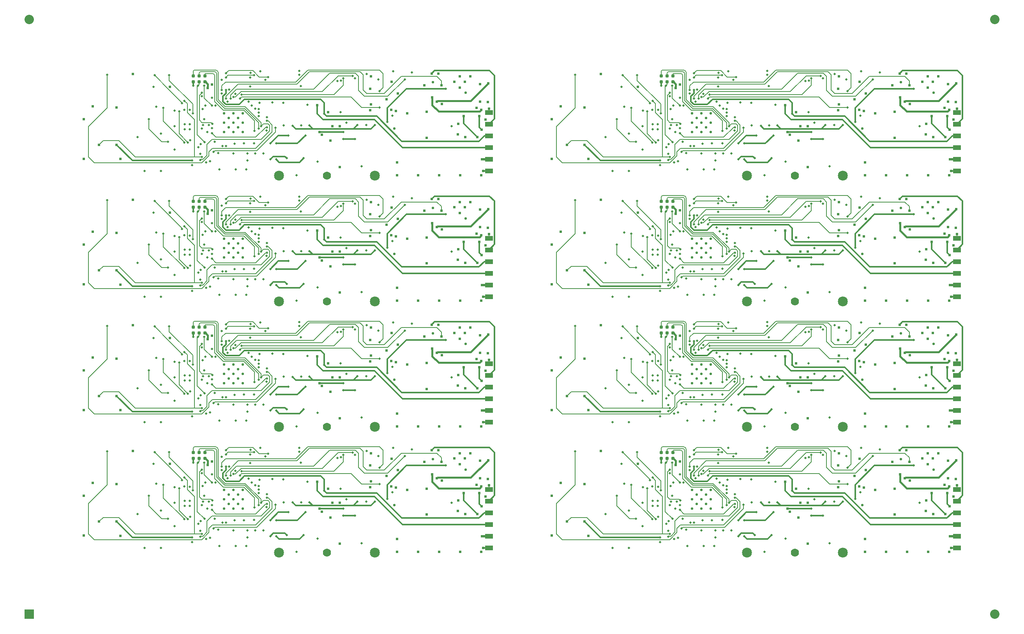
<source format=gbl>
G04 Layer_Physical_Order=6*
G04 Layer_Color=16711680*
%FSLAX24Y24*%
%MOIN*%
G70*
G01*
G75*
%ADD10R,0.0800X0.0800*%
%ADD11C,0.0800*%
%ADD12C,0.0080*%
%ADD13C,0.0120*%
%ADD14C,0.0150*%
%ADD15C,0.0200*%
%ADD64C,0.0310*%
%ADD71C,0.0850*%
%ADD72C,0.0700*%
%ADD73C,0.0220*%
%ADD74C,0.0200*%
%ADD75C,0.0217*%
%ADD76C,0.0240*%
%ADD77R,0.0650X0.0400*%
D10*
X3937Y3937D02*
D03*
D11*
Y54837D02*
D03*
X86567D02*
D03*
Y3937D02*
D03*
D12*
X19974Y17974D02*
G03*
X19824Y18124I-150J0D01*
G01*
X18624D02*
G03*
X18474Y17974I0J-150D01*
G01*
X20124Y18024D02*
G03*
X19874Y18274I-250J0D01*
G01*
X18124D02*
G03*
X17974Y18124I0J-150D01*
G01*
X19824Y17774D02*
G03*
X19624Y17974I-200J0D01*
G01*
X19024D02*
G03*
X18974Y17924I0J-50D01*
G01*
X20961Y17811D02*
X23174D01*
X18624Y18124D02*
X19824D01*
X18474Y17774D02*
Y17974D01*
X19974Y15674D02*
Y17974D01*
X20124Y15722D02*
Y18024D01*
X18124Y18274D02*
X19874D01*
X17974Y17774D02*
Y18124D01*
X19024Y17974D02*
X19624D01*
X18974Y17774D02*
Y17924D01*
X19824Y15557D02*
Y17774D01*
X22124Y16174D02*
X30024D01*
X30824Y16974D01*
X22124Y15974D02*
X31474D01*
X22074Y16424D02*
X29024D01*
X21596Y15946D02*
X22074Y16424D01*
X21674Y16624D02*
X28274D01*
X17947Y14547D02*
Y15352D01*
X15924Y17374D02*
X17947Y15352D01*
X19724Y11274D02*
X19824Y11374D01*
X19527Y13774D02*
X19626Y13676D01*
X18724Y13774D02*
X19527D01*
X18518Y13980D02*
X18724Y13774D01*
X32124Y16524D02*
Y17724D01*
X31854Y17994D02*
X32124Y17724D01*
X35774D02*
X38824D01*
X34324Y16274D02*
X35774Y17724D01*
X32824Y16274D02*
X34324D01*
X23324Y11574D02*
X24724Y12974D01*
X19624Y11574D02*
X23324D01*
X19324Y11274D02*
X19624Y11574D01*
X23424Y11374D02*
X25024Y12974D01*
X19824Y11374D02*
X23424D01*
X20124Y15722D02*
X20722Y15124D01*
X18924Y15874D02*
Y16924D01*
Y15874D02*
X19574Y15224D01*
X18724Y16307D02*
Y16324D01*
X18518Y16101D02*
X18724Y16307D01*
X18518Y13980D02*
Y16101D01*
X18474Y17024D02*
Y17274D01*
X18374Y16924D02*
X18474Y17024D01*
X18324Y12720D02*
Y16874D01*
X18374Y16924D01*
X14674Y17813D02*
X15883Y16604D01*
X14674Y17813D02*
Y17824D01*
X15883Y16604D02*
X15894D01*
X17024Y15474D01*
X15924Y17374D02*
Y17824D01*
X18074Y10824D02*
X18724D01*
X13024D02*
X18074D01*
Y14024D01*
X17474Y14624D02*
X18074Y14024D01*
X17474Y14624D02*
Y15392D01*
X17233Y15633D02*
X17474Y15392D01*
X16774Y12824D02*
Y14724D01*
Y12824D02*
X17524Y12074D01*
X17024Y15424D02*
Y15474D01*
X11624Y12224D02*
X13024Y10824D01*
X15424Y13889D02*
X17174Y12139D01*
X15424Y13889D02*
Y15024D01*
X15274Y12124D02*
X15824D01*
X14174Y13224D02*
X15274Y12124D01*
X14174Y13224D02*
Y14074D01*
X9024Y10824D02*
Y13424D01*
X10624Y15024D01*
Y17874D01*
X19574Y12874D02*
X19924Y12524D01*
X23324D01*
X19147Y10964D02*
Y11897D01*
X19589Y12339D01*
X23789D01*
X24524Y13074D01*
X24724Y12974D02*
Y13574D01*
X24524Y13074D02*
Y13524D01*
X24374Y13674D02*
X24524Y13524D01*
X23974Y13674D02*
X24374D01*
X23774Y13474D02*
X23974Y13674D01*
X24374Y13924D02*
X24724Y13574D01*
X24274Y13924D02*
X24374D01*
X24174Y13374D02*
X24274D01*
X18807Y10624D02*
X19147Y10964D01*
X18624Y10624D02*
X18807D01*
X18574Y10574D02*
X18624Y10624D01*
X19324Y10943D02*
Y11274D01*
X23324Y12524D02*
X24174Y13374D01*
X25024Y12974D02*
Y13324D01*
X18324Y12720D02*
X18947Y12097D01*
X43274Y14624D02*
Y14974D01*
X23074Y18224D02*
X23624Y17674D01*
X24374D01*
X18474Y17274D02*
Y17324D01*
X21024Y18224D02*
X23074D01*
X20722Y15124D02*
X22422D01*
X20674Y14974D02*
X22374D01*
X20557Y14824D02*
X22324D01*
X9924Y11874D02*
X10274Y12224D01*
X34224Y16774D02*
Y17974D01*
X39207Y16968D02*
Y17341D01*
X38824Y17724D02*
X39207Y17341D01*
X32524Y16574D02*
X32824Y16274D01*
X33924Y16474D02*
X34224Y16774D01*
X33924Y18274D02*
X34224Y17974D01*
X20774Y15824D02*
Y16024D01*
X27774Y18274D02*
X33924D01*
X32524Y16574D02*
Y17874D01*
X32264Y18134D02*
X32524Y17874D01*
X19824Y15557D02*
X20557Y14824D01*
X19974Y15674D02*
X20674Y14974D01*
X21174Y15824D02*
Y16124D01*
X21420Y15946D02*
X21596D01*
X10274Y12224D02*
X11624D01*
X20424Y16574D02*
Y16924D01*
X20785Y17985D02*
X21024Y18224D01*
X20774Y17624D02*
X20961Y17811D01*
X32124Y16524D02*
X32624Y16024D01*
X34624D01*
X36074Y17474D01*
X21974Y15824D02*
X22124Y15974D01*
X21174Y16124D02*
X21674Y16624D01*
X26739Y17239D02*
X27774Y18274D01*
X20424Y16924D02*
X20739Y17239D01*
X26739D01*
X27909Y18134D02*
X32264D01*
X20774Y16024D02*
X21824Y17074D01*
X26849D01*
X27909Y18134D01*
X30824Y16974D02*
Y17574D01*
X29024Y16424D02*
X30374Y17774D01*
X31624D01*
X28274Y16624D02*
X29644Y17994D01*
X31854D01*
X22422Y15124D02*
X23774Y13772D01*
Y13474D02*
Y13772D01*
X22374Y14974D02*
X23574Y13774D01*
Y13274D02*
Y13774D01*
X22324Y14824D02*
X23224Y13924D01*
Y13074D02*
Y13924D01*
X31474Y15974D02*
X32374Y15074D01*
X33924D01*
X18705Y10324D02*
X19324Y10943D01*
X9024Y10824D02*
X9524Y10324D01*
X18705D01*
X60011Y17974D02*
G03*
X59861Y18124I-150J0D01*
G01*
X58661D02*
G03*
X58511Y17974I0J-150D01*
G01*
X60161Y18024D02*
G03*
X59911Y18274I-250J0D01*
G01*
X58161D02*
G03*
X58011Y18124I0J-150D01*
G01*
X59861Y17774D02*
G03*
X59661Y17974I-200J0D01*
G01*
X59061D02*
G03*
X59011Y17924I0J-50D01*
G01*
X60998Y17811D02*
X63211D01*
X58661Y18124D02*
X59861D01*
X58511Y17774D02*
Y17974D01*
X60011Y15674D02*
Y17974D01*
X60161Y15722D02*
Y18024D01*
X58161Y18274D02*
X59911D01*
X58011Y17774D02*
Y18124D01*
X59061Y17974D02*
X59661D01*
X59011Y17774D02*
Y17924D01*
X59861Y15557D02*
Y17774D01*
X62161Y16174D02*
X70061D01*
X70861Y16974D01*
X62161Y15974D02*
X71511D01*
X62111Y16424D02*
X69061D01*
X61633Y15946D02*
X62111Y16424D01*
X61711Y16624D02*
X68311D01*
X57984Y14547D02*
Y15352D01*
X55961Y17374D02*
X57984Y15352D01*
X59761Y11274D02*
X59861Y11374D01*
X59565Y13774D02*
X59663Y13676D01*
X58761Y13774D02*
X59565D01*
X58556Y13980D02*
X58761Y13774D01*
X72161Y16524D02*
Y17724D01*
X71891Y17994D02*
X72161Y17724D01*
X75811D02*
X78861D01*
X74361Y16274D02*
X75811Y17724D01*
X72861Y16274D02*
X74361D01*
X63361Y11574D02*
X64761Y12974D01*
X59661Y11574D02*
X63361D01*
X59361Y11274D02*
X59661Y11574D01*
X63461Y11374D02*
X65061Y12974D01*
X59861Y11374D02*
X63461D01*
X60161Y15722D02*
X60759Y15124D01*
X58961Y15874D02*
Y16924D01*
Y15874D02*
X59611Y15224D01*
X58761Y16307D02*
Y16324D01*
X58556Y16101D02*
X58761Y16307D01*
X58556Y13980D02*
Y16101D01*
X58511Y17024D02*
Y17274D01*
X58411Y16924D02*
X58511Y17024D01*
X58361Y12720D02*
Y16874D01*
X58411Y16924D01*
X54711Y17813D02*
X55920Y16604D01*
X54711Y17813D02*
Y17824D01*
X55920Y16604D02*
X55931D01*
X57061Y15474D01*
X55961Y17374D02*
Y17824D01*
X58111Y10824D02*
X58761D01*
X53061D02*
X58111D01*
Y14024D01*
X57511Y14624D02*
X58111Y14024D01*
X57511Y14624D02*
Y15392D01*
X57270Y15633D02*
X57511Y15392D01*
X56811Y12824D02*
Y14724D01*
Y12824D02*
X57561Y12074D01*
X57061Y15424D02*
Y15474D01*
X51661Y12224D02*
X53061Y10824D01*
X55461Y13889D02*
X57211Y12139D01*
X55461Y13889D02*
Y15024D01*
X55311Y12124D02*
X55861D01*
X54211Y13224D02*
X55311Y12124D01*
X54211Y13224D02*
Y14074D01*
X49061Y10824D02*
Y13424D01*
X50661Y15024D01*
Y17874D01*
X59611Y12874D02*
X59961Y12524D01*
X63361D01*
X59184Y10964D02*
Y11897D01*
X59626Y12339D01*
X63826D01*
X64561Y13074D01*
X64761Y12974D02*
Y13574D01*
X64561Y13074D02*
Y13524D01*
X64411Y13674D02*
X64561Y13524D01*
X64011Y13674D02*
X64411D01*
X63811Y13474D02*
X64011Y13674D01*
X64411Y13924D02*
X64761Y13574D01*
X64311Y13924D02*
X64411D01*
X64211Y13374D02*
X64311D01*
X58844Y10624D02*
X59184Y10964D01*
X58661Y10624D02*
X58844D01*
X58611Y10574D02*
X58661Y10624D01*
X59361Y10943D02*
Y11274D01*
X63361Y12524D02*
X64211Y13374D01*
X65061Y12974D02*
Y13324D01*
X58361Y12720D02*
X58984Y12097D01*
X83311Y14624D02*
Y14974D01*
X63111Y18224D02*
X63661Y17674D01*
X64411D01*
X58511Y17274D02*
Y17324D01*
X61061Y18224D02*
X63111D01*
X60759Y15124D02*
X62459D01*
X60711Y14974D02*
X62411D01*
X60594Y14824D02*
X62361D01*
X49961Y11874D02*
X50311Y12224D01*
X74261Y16774D02*
Y17974D01*
X79245Y16968D02*
Y17341D01*
X78861Y17724D02*
X79245Y17341D01*
X72561Y16574D02*
X72861Y16274D01*
X73961Y16474D02*
X74261Y16774D01*
X73961Y18274D02*
X74261Y17974D01*
X60811Y15824D02*
Y16024D01*
X67811Y18274D02*
X73961D01*
X72561Y16574D02*
Y17874D01*
X72301Y18134D02*
X72561Y17874D01*
X59861Y15557D02*
X60594Y14824D01*
X60011Y15674D02*
X60711Y14974D01*
X61211Y15824D02*
Y16124D01*
X61457Y15946D02*
X61633D01*
X50311Y12224D02*
X51661D01*
X60461Y16574D02*
Y16924D01*
X60823Y17985D02*
X61061Y18224D01*
X60811Y17624D02*
X60998Y17811D01*
X72161Y16524D02*
X72661Y16024D01*
X74661D01*
X76111Y17474D01*
X62011Y15824D02*
X62161Y15974D01*
X61211Y16124D02*
X61711Y16624D01*
X66776Y17239D02*
X67811Y18274D01*
X60461Y16924D02*
X60776Y17239D01*
X66776D01*
X67947Y18134D02*
X72301D01*
X60811Y16024D02*
X61861Y17074D01*
X66887D01*
X67947Y18134D01*
X70861Y16974D02*
Y17574D01*
X69061Y16424D02*
X70411Y17774D01*
X71661D01*
X68311Y16624D02*
X69681Y17994D01*
X71891D01*
X62459Y15124D02*
X63811Y13772D01*
Y13474D02*
Y13772D01*
X62411Y14974D02*
X63611Y13774D01*
Y13274D02*
Y13774D01*
X62361Y14824D02*
X63261Y13924D01*
Y13074D02*
Y13924D01*
X71511Y15974D02*
X72411Y15074D01*
X73961D01*
X58742Y10324D02*
X59361Y10943D01*
X49061Y10824D02*
X49561Y10324D01*
X58742D01*
X19974Y28724D02*
G03*
X19824Y28874I-150J0D01*
G01*
X18624D02*
G03*
X18474Y28724I0J-150D01*
G01*
X20124Y28774D02*
G03*
X19874Y29024I-250J0D01*
G01*
X18124D02*
G03*
X17974Y28874I0J-150D01*
G01*
X19824Y28524D02*
G03*
X19624Y28724I-200J0D01*
G01*
X19024D02*
G03*
X18974Y28674I0J-50D01*
G01*
X20961Y28561D02*
X23174D01*
X18624Y28874D02*
X19824D01*
X18474Y28524D02*
Y28724D01*
X19974Y26424D02*
Y28724D01*
X20124Y26472D02*
Y28774D01*
X18124Y29024D02*
X19874D01*
X17974Y28524D02*
Y28874D01*
X19024Y28724D02*
X19624D01*
X18974Y28524D02*
Y28674D01*
X19824Y26307D02*
Y28524D01*
X22124Y26924D02*
X30024D01*
X30824Y27724D01*
X22124Y26724D02*
X31474D01*
X22074Y27174D02*
X29024D01*
X21596Y26696D02*
X22074Y27174D01*
X21674Y27374D02*
X28274D01*
X17947Y25297D02*
Y26102D01*
X15924Y28124D02*
X17947Y26102D01*
X19724Y22024D02*
X19824Y22124D01*
X19527Y24524D02*
X19626Y24426D01*
X18724Y24524D02*
X19527D01*
X18518Y24730D02*
X18724Y24524D01*
X32124Y27274D02*
Y28474D01*
X31854Y28744D02*
X32124Y28474D01*
X35774D02*
X38824D01*
X34324Y27024D02*
X35774Y28474D01*
X32824Y27024D02*
X34324D01*
X23324Y22324D02*
X24724Y23724D01*
X19624Y22324D02*
X23324D01*
X19324Y22024D02*
X19624Y22324D01*
X23424Y22124D02*
X25024Y23724D01*
X19824Y22124D02*
X23424D01*
X20124Y26472D02*
X20722Y25874D01*
X18924Y26624D02*
Y27674D01*
Y26624D02*
X19574Y25974D01*
X18724Y27057D02*
Y27074D01*
X18518Y26851D02*
X18724Y27057D01*
X18518Y24730D02*
Y26851D01*
X18474Y27774D02*
Y28024D01*
X18374Y27674D02*
X18474Y27774D01*
X18324Y23470D02*
Y27624D01*
X18374Y27674D01*
X14674Y28563D02*
X15883Y27354D01*
X14674Y28563D02*
Y28574D01*
X15883Y27354D02*
X15894D01*
X17024Y26224D01*
X15924Y28124D02*
Y28574D01*
X18074Y21574D02*
X18724D01*
X13024D02*
X18074D01*
Y24774D01*
X17474Y25374D02*
X18074Y24774D01*
X17474Y25374D02*
Y26142D01*
X17233Y26383D02*
X17474Y26142D01*
X16774Y23574D02*
Y25474D01*
Y23574D02*
X17524Y22824D01*
X17024Y26174D02*
Y26224D01*
X11624Y22974D02*
X13024Y21574D01*
X15424Y24639D02*
X17174Y22889D01*
X15424Y24639D02*
Y25774D01*
X15274Y22874D02*
X15824D01*
X14174Y23974D02*
X15274Y22874D01*
X14174Y23974D02*
Y24824D01*
X9024Y21574D02*
Y24174D01*
X10624Y25774D01*
Y28624D01*
X19574Y23624D02*
X19924Y23274D01*
X23324D01*
X19147Y21714D02*
Y22647D01*
X19589Y23089D01*
X23789D01*
X24524Y23824D01*
X24724Y23724D02*
Y24324D01*
X24524Y23824D02*
Y24274D01*
X24374Y24424D02*
X24524Y24274D01*
X23974Y24424D02*
X24374D01*
X23774Y24224D02*
X23974Y24424D01*
X24374Y24674D02*
X24724Y24324D01*
X24274Y24674D02*
X24374D01*
X24174Y24124D02*
X24274D01*
X18807Y21374D02*
X19147Y21714D01*
X18624Y21374D02*
X18807D01*
X18574Y21324D02*
X18624Y21374D01*
X19324Y21694D02*
Y22024D01*
X23324Y23274D02*
X24174Y24124D01*
X25024Y23724D02*
Y24074D01*
X18324Y23470D02*
X18947Y22847D01*
X43274Y25374D02*
Y25724D01*
X23074Y28974D02*
X23624Y28424D01*
X24374D01*
X18474Y28024D02*
Y28074D01*
X21024Y28974D02*
X23074D01*
X20722Y25874D02*
X22422D01*
X20674Y25724D02*
X22374D01*
X20557Y25574D02*
X22324D01*
X9924Y22624D02*
X10274Y22974D01*
X34224Y27524D02*
Y28724D01*
X39207Y27719D02*
Y28091D01*
X38824Y28474D02*
X39207Y28091D01*
X32524Y27324D02*
X32824Y27024D01*
X33924Y27224D02*
X34224Y27524D01*
X33924Y29024D02*
X34224Y28724D01*
X20774Y26574D02*
Y26774D01*
X27774Y29024D02*
X33924D01*
X32524Y27324D02*
Y28624D01*
X32264Y28884D02*
X32524Y28624D01*
X19824Y26307D02*
X20557Y25574D01*
X19974Y26424D02*
X20674Y25724D01*
X21174Y26574D02*
Y26874D01*
X21420Y26696D02*
X21596D01*
X10274Y22974D02*
X11624D01*
X20424Y27324D02*
Y27674D01*
X20785Y28735D02*
X21024Y28974D01*
X20774Y28374D02*
X20961Y28561D01*
X32124Y27274D02*
X32624Y26774D01*
X34624D01*
X36074Y28224D01*
X21974Y26574D02*
X22124Y26724D01*
X21174Y26874D02*
X21674Y27374D01*
X26739Y27989D02*
X27774Y29024D01*
X20424Y27674D02*
X20739Y27989D01*
X26739D01*
X27909Y28884D02*
X32264D01*
X20774Y26774D02*
X21824Y27824D01*
X26849D01*
X27909Y28884D01*
X30824Y27724D02*
Y28324D01*
X29024Y27174D02*
X30374Y28524D01*
X31624D01*
X28274Y27374D02*
X29644Y28744D01*
X31854D01*
X22422Y25874D02*
X23774Y24522D01*
Y24224D02*
Y24522D01*
X22374Y25724D02*
X23574Y24524D01*
Y24024D02*
Y24524D01*
X22324Y25574D02*
X23224Y24674D01*
Y23824D02*
Y24674D01*
X31474Y26724D02*
X32374Y25824D01*
X33924D01*
X18705Y21074D02*
X19324Y21694D01*
X9024Y21574D02*
X9524Y21074D01*
X18705D01*
X60011Y28724D02*
G03*
X59861Y28874I-150J0D01*
G01*
X58661D02*
G03*
X58511Y28724I0J-150D01*
G01*
X60161Y28774D02*
G03*
X59911Y29024I-250J0D01*
G01*
X58161D02*
G03*
X58011Y28874I0J-150D01*
G01*
X59861Y28524D02*
G03*
X59661Y28724I-200J0D01*
G01*
X59061D02*
G03*
X59011Y28674I0J-50D01*
G01*
X60998Y28561D02*
X63211D01*
X58661Y28874D02*
X59861D01*
X58511Y28524D02*
Y28724D01*
X60011Y26424D02*
Y28724D01*
X60161Y26472D02*
Y28774D01*
X58161Y29024D02*
X59911D01*
X58011Y28524D02*
Y28874D01*
X59061Y28724D02*
X59661D01*
X59011Y28524D02*
Y28674D01*
X59861Y26307D02*
Y28524D01*
X62161Y26924D02*
X70061D01*
X70861Y27724D01*
X62161Y26724D02*
X71511D01*
X62111Y27174D02*
X69061D01*
X61633Y26696D02*
X62111Y27174D01*
X61711Y27374D02*
X68311D01*
X57984Y25297D02*
Y26102D01*
X55961Y28124D02*
X57984Y26102D01*
X59761Y22024D02*
X59861Y22124D01*
X59565Y24524D02*
X59663Y24426D01*
X58761Y24524D02*
X59565D01*
X58556Y24730D02*
X58761Y24524D01*
X72161Y27274D02*
Y28474D01*
X71891Y28744D02*
X72161Y28474D01*
X75811D02*
X78861D01*
X74361Y27024D02*
X75811Y28474D01*
X72861Y27024D02*
X74361D01*
X63361Y22324D02*
X64761Y23724D01*
X59661Y22324D02*
X63361D01*
X59361Y22024D02*
X59661Y22324D01*
X63461Y22124D02*
X65061Y23724D01*
X59861Y22124D02*
X63461D01*
X60161Y26472D02*
X60759Y25874D01*
X58961Y26624D02*
Y27674D01*
Y26624D02*
X59611Y25974D01*
X58761Y27057D02*
Y27074D01*
X58556Y26851D02*
X58761Y27057D01*
X58556Y24730D02*
Y26851D01*
X58511Y27774D02*
Y28024D01*
X58411Y27674D02*
X58511Y27774D01*
X58361Y23470D02*
Y27624D01*
X58411Y27674D01*
X54711Y28563D02*
X55920Y27354D01*
X54711Y28563D02*
Y28574D01*
X55920Y27354D02*
X55931D01*
X57061Y26224D01*
X55961Y28124D02*
Y28574D01*
X58111Y21574D02*
X58761D01*
X53061D02*
X58111D01*
Y24774D01*
X57511Y25374D02*
X58111Y24774D01*
X57511Y25374D02*
Y26142D01*
X57270Y26383D02*
X57511Y26142D01*
X56811Y23574D02*
Y25474D01*
Y23574D02*
X57561Y22824D01*
X57061Y26174D02*
Y26224D01*
X51661Y22974D02*
X53061Y21574D01*
X55461Y24639D02*
X57211Y22889D01*
X55461Y24639D02*
Y25774D01*
X55311Y22874D02*
X55861D01*
X54211Y23974D02*
X55311Y22874D01*
X54211Y23974D02*
Y24824D01*
X49061Y21574D02*
Y24174D01*
X50661Y25774D01*
Y28624D01*
X59611Y23624D02*
X59961Y23274D01*
X63361D01*
X59184Y21714D02*
Y22647D01*
X59626Y23089D01*
X63826D01*
X64561Y23824D01*
X64761Y23724D02*
Y24324D01*
X64561Y23824D02*
Y24274D01*
X64411Y24424D02*
X64561Y24274D01*
X64011Y24424D02*
X64411D01*
X63811Y24224D02*
X64011Y24424D01*
X64411Y24674D02*
X64761Y24324D01*
X64311Y24674D02*
X64411D01*
X64211Y24124D02*
X64311D01*
X58844Y21374D02*
X59184Y21714D01*
X58661Y21374D02*
X58844D01*
X58611Y21324D02*
X58661Y21374D01*
X59361Y21694D02*
Y22024D01*
X63361Y23274D02*
X64211Y24124D01*
X65061Y23724D02*
Y24074D01*
X58361Y23470D02*
X58984Y22847D01*
X83311Y25374D02*
Y25724D01*
X63111Y28974D02*
X63661Y28424D01*
X64411D01*
X58511Y28024D02*
Y28074D01*
X61061Y28974D02*
X63111D01*
X60759Y25874D02*
X62459D01*
X60711Y25724D02*
X62411D01*
X60594Y25574D02*
X62361D01*
X49961Y22624D02*
X50311Y22974D01*
X74261Y27524D02*
Y28724D01*
X79245Y27719D02*
Y28091D01*
X78861Y28474D02*
X79245Y28091D01*
X72561Y27324D02*
X72861Y27024D01*
X73961Y27224D02*
X74261Y27524D01*
X73961Y29024D02*
X74261Y28724D01*
X60811Y26574D02*
Y26774D01*
X67811Y29024D02*
X73961D01*
X72561Y27324D02*
Y28624D01*
X72301Y28884D02*
X72561Y28624D01*
X59861Y26307D02*
X60594Y25574D01*
X60011Y26424D02*
X60711Y25724D01*
X61211Y26574D02*
Y26874D01*
X61457Y26696D02*
X61633D01*
X50311Y22974D02*
X51661D01*
X60461Y27324D02*
Y27674D01*
X60823Y28735D02*
X61061Y28974D01*
X60811Y28374D02*
X60998Y28561D01*
X72161Y27274D02*
X72661Y26774D01*
X74661D01*
X76111Y28224D01*
X62011Y26574D02*
X62161Y26724D01*
X61211Y26874D02*
X61711Y27374D01*
X66776Y27989D02*
X67811Y29024D01*
X60461Y27674D02*
X60776Y27989D01*
X66776D01*
X67947Y28884D02*
X72301D01*
X60811Y26774D02*
X61861Y27824D01*
X66887D01*
X67947Y28884D01*
X70861Y27724D02*
Y28324D01*
X69061Y27174D02*
X70411Y28524D01*
X71661D01*
X68311Y27374D02*
X69681Y28744D01*
X71891D01*
X62459Y25874D02*
X63811Y24522D01*
Y24224D02*
Y24522D01*
X62411Y25724D02*
X63611Y24524D01*
Y24024D02*
Y24524D01*
X62361Y25574D02*
X63261Y24674D01*
Y23824D02*
Y24674D01*
X71511Y26724D02*
X72411Y25824D01*
X73961D01*
X58742Y21074D02*
X59361Y21694D01*
X49061Y21574D02*
X49561Y21074D01*
X58742D01*
X19974Y39475D02*
G03*
X19824Y39625I-150J0D01*
G01*
X18624D02*
G03*
X18474Y39475I0J-150D01*
G01*
X20124Y39525D02*
G03*
X19874Y39775I-250J0D01*
G01*
X18124D02*
G03*
X17974Y39625I0J-150D01*
G01*
X19824Y39275D02*
G03*
X19624Y39475I-200J0D01*
G01*
X19024D02*
G03*
X18974Y39425I0J-50D01*
G01*
X20961Y39312D02*
X23174D01*
X18624Y39625D02*
X19824D01*
X18474Y39275D02*
Y39475D01*
X19974Y37175D02*
Y39475D01*
X20124Y37223D02*
Y39525D01*
X18124Y39775D02*
X19874D01*
X17974Y39275D02*
Y39625D01*
X19024Y39475D02*
X19624D01*
X18974Y39275D02*
Y39425D01*
X19824Y37058D02*
Y39275D01*
X22124Y37675D02*
X30024D01*
X30824Y38475D01*
X22124Y37475D02*
X31474D01*
X22074Y37925D02*
X29024D01*
X21596Y37447D02*
X22074Y37925D01*
X21674Y38125D02*
X28274D01*
X17947Y36047D02*
Y36852D01*
X15924Y38875D02*
X17947Y36852D01*
X19724Y32775D02*
X19824Y32875D01*
X19527Y35275D02*
X19626Y35176D01*
X18724Y35275D02*
X19527D01*
X18518Y35481D02*
X18724Y35275D01*
X32124Y38025D02*
Y39225D01*
X31854Y39495D02*
X32124Y39225D01*
X35774D02*
X38824D01*
X34324Y37775D02*
X35774Y39225D01*
X32824Y37775D02*
X34324D01*
X23324Y33075D02*
X24724Y34475D01*
X19624Y33075D02*
X23324D01*
X19324Y32775D02*
X19624Y33075D01*
X23424Y32875D02*
X25024Y34475D01*
X19824Y32875D02*
X23424D01*
X20124Y37223D02*
X20722Y36625D01*
X18924Y37375D02*
Y38425D01*
Y37375D02*
X19574Y36725D01*
X18724Y37808D02*
Y37825D01*
X18518Y37602D02*
X18724Y37808D01*
X18518Y35481D02*
Y37602D01*
X18474Y38525D02*
Y38775D01*
X18374Y38425D02*
X18474Y38525D01*
X18324Y34220D02*
Y38375D01*
X18374Y38425D01*
X14674Y39314D02*
X15883Y38105D01*
X14674Y39314D02*
Y39325D01*
X15883Y38105D02*
X15894D01*
X17024Y36975D01*
X15924Y38875D02*
Y39325D01*
X18074Y32325D02*
X18724D01*
X13024D02*
X18074D01*
Y35525D01*
X17474Y36125D02*
X18074Y35525D01*
X17474Y36125D02*
Y36892D01*
X17233Y37134D02*
X17474Y36892D01*
X16774Y34325D02*
Y36225D01*
Y34325D02*
X17524Y33575D01*
X17024Y36925D02*
Y36975D01*
X11624Y33725D02*
X13024Y32325D01*
X15424Y35390D02*
X17174Y33640D01*
X15424Y35390D02*
Y36525D01*
X15274Y33625D02*
X15824D01*
X14174Y34725D02*
X15274Y33625D01*
X14174Y34725D02*
Y35575D01*
X9024Y32325D02*
Y34925D01*
X10624Y36525D01*
Y39375D01*
X19574Y34375D02*
X19924Y34025D01*
X23324D01*
X19147Y32465D02*
Y33398D01*
X19589Y33840D01*
X23789D01*
X24524Y34575D01*
X24724Y34475D02*
Y35075D01*
X24524Y34575D02*
Y35025D01*
X24374Y35175D02*
X24524Y35025D01*
X23974Y35175D02*
X24374D01*
X23774Y34975D02*
X23974Y35175D01*
X24374Y35425D02*
X24724Y35075D01*
X24274Y35425D02*
X24374D01*
X24174Y34875D02*
X24274D01*
X18807Y32125D02*
X19147Y32465D01*
X18624Y32125D02*
X18807D01*
X18574Y32075D02*
X18624Y32125D01*
X19324Y32444D02*
Y32775D01*
X23324Y34025D02*
X24174Y34875D01*
X25024Y34475D02*
Y34825D01*
X18324Y34220D02*
X18947Y33598D01*
X43274Y36125D02*
Y36475D01*
X23074Y39725D02*
X23624Y39175D01*
X24374D01*
X18474Y38775D02*
Y38825D01*
X21024Y39725D02*
X23074D01*
X20722Y36625D02*
X22422D01*
X20674Y36475D02*
X22374D01*
X20557Y36325D02*
X22324D01*
X9924Y33375D02*
X10274Y33725D01*
X34224Y38275D02*
Y39475D01*
X39207Y38469D02*
Y38842D01*
X38824Y39225D02*
X39207Y38842D01*
X32524Y38075D02*
X32824Y37775D01*
X33924Y37975D02*
X34224Y38275D01*
X33924Y39775D02*
X34224Y39475D01*
X20774Y37325D02*
Y37525D01*
X27774Y39775D02*
X33924D01*
X32524Y38075D02*
Y39375D01*
X32264Y39635D02*
X32524Y39375D01*
X19824Y37058D02*
X20557Y36325D01*
X19974Y37175D02*
X20674Y36475D01*
X21174Y37325D02*
Y37625D01*
X21420Y37447D02*
X21596D01*
X10274Y33725D02*
X11624D01*
X20424Y38075D02*
Y38425D01*
X20785Y39486D02*
X21024Y39725D01*
X20774Y39125D02*
X20961Y39312D01*
X32124Y38025D02*
X32624Y37525D01*
X34624D01*
X36074Y38975D01*
X21974Y37325D02*
X22124Y37475D01*
X21174Y37625D02*
X21674Y38125D01*
X26739Y38740D02*
X27774Y39775D01*
X20424Y38425D02*
X20739Y38740D01*
X26739D01*
X27909Y39635D02*
X32264D01*
X20774Y37525D02*
X21824Y38575D01*
X26849D01*
X27909Y39635D01*
X30824Y38475D02*
Y39075D01*
X29024Y37925D02*
X30374Y39275D01*
X31624D01*
X28274Y38125D02*
X29644Y39495D01*
X31854D01*
X22422Y36625D02*
X23774Y35273D01*
Y34975D02*
Y35273D01*
X22374Y36475D02*
X23574Y35275D01*
Y34775D02*
Y35275D01*
X22324Y36325D02*
X23224Y35425D01*
Y34575D02*
Y35425D01*
X31474Y37475D02*
X32374Y36575D01*
X33924D01*
X18705Y31825D02*
X19324Y32444D01*
X9024Y32325D02*
X9524Y31825D01*
X18705D01*
X60011Y39475D02*
G03*
X59861Y39625I-150J0D01*
G01*
X58661D02*
G03*
X58511Y39475I0J-150D01*
G01*
X60161Y39525D02*
G03*
X59911Y39775I-250J0D01*
G01*
X58161D02*
G03*
X58011Y39625I0J-150D01*
G01*
X59861Y39275D02*
G03*
X59661Y39475I-200J0D01*
G01*
X59061D02*
G03*
X59011Y39425I0J-50D01*
G01*
X60998Y39312D02*
X63211D01*
X58661Y39625D02*
X59861D01*
X58511Y39275D02*
Y39475D01*
X60011Y37175D02*
Y39475D01*
X60161Y37223D02*
Y39525D01*
X58161Y39775D02*
X59911D01*
X58011Y39275D02*
Y39625D01*
X59061Y39475D02*
X59661D01*
X59011Y39275D02*
Y39425D01*
X59861Y37058D02*
Y39275D01*
X62161Y37675D02*
X70061D01*
X70861Y38475D01*
X62161Y37475D02*
X71511D01*
X62111Y37925D02*
X69061D01*
X61633Y37447D02*
X62111Y37925D01*
X61711Y38125D02*
X68311D01*
X57984Y36047D02*
Y36852D01*
X55961Y38875D02*
X57984Y36852D01*
X59761Y32775D02*
X59861Y32875D01*
X59565Y35275D02*
X59663Y35176D01*
X58761Y35275D02*
X59565D01*
X58556Y35481D02*
X58761Y35275D01*
X72161Y38025D02*
Y39225D01*
X71891Y39495D02*
X72161Y39225D01*
X75811D02*
X78861D01*
X74361Y37775D02*
X75811Y39225D01*
X72861Y37775D02*
X74361D01*
X63361Y33075D02*
X64761Y34475D01*
X59661Y33075D02*
X63361D01*
X59361Y32775D02*
X59661Y33075D01*
X63461Y32875D02*
X65061Y34475D01*
X59861Y32875D02*
X63461D01*
X60161Y37223D02*
X60759Y36625D01*
X58961Y37375D02*
Y38425D01*
Y37375D02*
X59611Y36725D01*
X58761Y37808D02*
Y37825D01*
X58556Y37602D02*
X58761Y37808D01*
X58556Y35481D02*
Y37602D01*
X58511Y38525D02*
Y38775D01*
X58411Y38425D02*
X58511Y38525D01*
X58361Y34220D02*
Y38375D01*
X58411Y38425D01*
X54711Y39314D02*
X55920Y38105D01*
X54711Y39314D02*
Y39325D01*
X55920Y38105D02*
X55931D01*
X57061Y36975D01*
X55961Y38875D02*
Y39325D01*
X58111Y32325D02*
X58761D01*
X53061D02*
X58111D01*
Y35525D01*
X57511Y36125D02*
X58111Y35525D01*
X57511Y36125D02*
Y36892D01*
X57270Y37134D02*
X57511Y36892D01*
X56811Y34325D02*
Y36225D01*
Y34325D02*
X57561Y33575D01*
X57061Y36925D02*
Y36975D01*
X51661Y33725D02*
X53061Y32325D01*
X55461Y35390D02*
X57211Y33640D01*
X55461Y35390D02*
Y36525D01*
X55311Y33625D02*
X55861D01*
X54211Y34725D02*
X55311Y33625D01*
X54211Y34725D02*
Y35575D01*
X49061Y32325D02*
Y34925D01*
X50661Y36525D01*
Y39375D01*
X59611Y34375D02*
X59961Y34025D01*
X63361D01*
X59184Y32465D02*
Y33398D01*
X59626Y33840D01*
X63826D01*
X64561Y34575D01*
X64761Y34475D02*
Y35075D01*
X64561Y34575D02*
Y35025D01*
X64411Y35175D02*
X64561Y35025D01*
X64011Y35175D02*
X64411D01*
X63811Y34975D02*
X64011Y35175D01*
X64411Y35425D02*
X64761Y35075D01*
X64311Y35425D02*
X64411D01*
X64211Y34875D02*
X64311D01*
X58844Y32125D02*
X59184Y32465D01*
X58661Y32125D02*
X58844D01*
X58611Y32075D02*
X58661Y32125D01*
X59361Y32444D02*
Y32775D01*
X63361Y34025D02*
X64211Y34875D01*
X65061Y34475D02*
Y34825D01*
X58361Y34220D02*
X58984Y33598D01*
X83311Y36125D02*
Y36475D01*
X63111Y39725D02*
X63661Y39175D01*
X64411D01*
X58511Y38775D02*
Y38825D01*
X61061Y39725D02*
X63111D01*
X60759Y36625D02*
X62459D01*
X60711Y36475D02*
X62411D01*
X60594Y36325D02*
X62361D01*
X49961Y33375D02*
X50311Y33725D01*
X74261Y38275D02*
Y39475D01*
X79245Y38469D02*
Y38842D01*
X78861Y39225D02*
X79245Y38842D01*
X72561Y38075D02*
X72861Y37775D01*
X73961Y37975D02*
X74261Y38275D01*
X73961Y39775D02*
X74261Y39475D01*
X60811Y37325D02*
Y37525D01*
X67811Y39775D02*
X73961D01*
X72561Y38075D02*
Y39375D01*
X72301Y39635D02*
X72561Y39375D01*
X59861Y37058D02*
X60594Y36325D01*
X60011Y37175D02*
X60711Y36475D01*
X61211Y37325D02*
Y37625D01*
X61457Y37447D02*
X61633D01*
X50311Y33725D02*
X51661D01*
X60461Y38075D02*
Y38425D01*
X60823Y39486D02*
X61061Y39725D01*
X60811Y39125D02*
X60998Y39312D01*
X72161Y38025D02*
X72661Y37525D01*
X74661D01*
X76111Y38975D01*
X62011Y37325D02*
X62161Y37475D01*
X61211Y37625D02*
X61711Y38125D01*
X66776Y38740D02*
X67811Y39775D01*
X60461Y38425D02*
X60776Y38740D01*
X66776D01*
X67947Y39635D02*
X72301D01*
X60811Y37525D02*
X61861Y38575D01*
X66887D01*
X67947Y39635D01*
X70861Y38475D02*
Y39075D01*
X69061Y37925D02*
X70411Y39275D01*
X71661D01*
X68311Y38125D02*
X69681Y39495D01*
X71891D01*
X62459Y36625D02*
X63811Y35273D01*
Y34975D02*
Y35273D01*
X62411Y36475D02*
X63611Y35275D01*
Y34775D02*
Y35275D01*
X62361Y36325D02*
X63261Y35425D01*
Y34575D02*
Y35425D01*
X71511Y37475D02*
X72411Y36575D01*
X73961D01*
X58742Y31825D02*
X59361Y32444D01*
X49061Y32325D02*
X49561Y31825D01*
X58742D01*
X19974Y50225D02*
G03*
X19824Y50375I-150J0D01*
G01*
X18624D02*
G03*
X18474Y50225I0J-150D01*
G01*
X20124Y50275D02*
G03*
X19874Y50525I-250J0D01*
G01*
X18124D02*
G03*
X17974Y50375I0J-150D01*
G01*
X19824Y50025D02*
G03*
X19624Y50225I-200J0D01*
G01*
X19024D02*
G03*
X18974Y50175I0J-50D01*
G01*
X20961Y50062D02*
X23174D01*
X18624Y50375D02*
X19824D01*
X18474Y50025D02*
Y50225D01*
X19974Y47925D02*
Y50225D01*
X20124Y47973D02*
Y50275D01*
X18124Y50525D02*
X19874D01*
X17974Y50025D02*
Y50375D01*
X19024Y50225D02*
X19624D01*
X18974Y50025D02*
Y50175D01*
X19824Y47808D02*
Y50025D01*
X22124Y48425D02*
X30024D01*
X30824Y49225D01*
X22124Y48225D02*
X31474D01*
X22074Y48675D02*
X29024D01*
X21596Y48197D02*
X22074Y48675D01*
X21674Y48875D02*
X28274D01*
X17947Y46798D02*
Y47603D01*
X15924Y49625D02*
X17947Y47603D01*
X19724Y43525D02*
X19824Y43625D01*
X19527Y46025D02*
X19626Y45927D01*
X18724Y46025D02*
X19527D01*
X18518Y46231D02*
X18724Y46025D01*
X32124Y48775D02*
Y49975D01*
X31854Y50245D02*
X32124Y49975D01*
X35774D02*
X38824D01*
X34324Y48525D02*
X35774Y49975D01*
X32824Y48525D02*
X34324D01*
X23324Y43825D02*
X24724Y45225D01*
X19624Y43825D02*
X23324D01*
X19324Y43525D02*
X19624Y43825D01*
X23424Y43625D02*
X25024Y45225D01*
X19824Y43625D02*
X23424D01*
X20124Y47973D02*
X20722Y47375D01*
X18924Y48125D02*
Y49175D01*
Y48125D02*
X19574Y47475D01*
X18724Y48558D02*
Y48575D01*
X18518Y48352D02*
X18724Y48558D01*
X18518Y46231D02*
Y48352D01*
X18474Y49275D02*
Y49525D01*
X18374Y49175D02*
X18474Y49275D01*
X18324Y44971D02*
Y49125D01*
X18374Y49175D01*
X14674Y50064D02*
X15883Y48855D01*
X14674Y50064D02*
Y50075D01*
X15883Y48855D02*
X15894D01*
X17024Y47725D01*
X15924Y49625D02*
Y50075D01*
X18074Y43075D02*
X18724D01*
X13024D02*
X18074D01*
Y46275D01*
X17474Y46875D02*
X18074Y46275D01*
X17474Y46875D02*
Y47643D01*
X17233Y47884D02*
X17474Y47643D01*
X16774Y45075D02*
Y46975D01*
Y45075D02*
X17524Y44325D01*
X17024Y47675D02*
Y47725D01*
X11624Y44475D02*
X13024Y43075D01*
X15424Y46140D02*
X17174Y44390D01*
X15424Y46140D02*
Y47275D01*
X15274Y44375D02*
X15824D01*
X14174Y45475D02*
X15274Y44375D01*
X14174Y45475D02*
Y46325D01*
X9024Y43075D02*
Y45675D01*
X10624Y47275D01*
Y50125D01*
X19574Y45125D02*
X19924Y44775D01*
X23324D01*
X19147Y43215D02*
Y44148D01*
X19589Y44590D01*
X23789D01*
X24524Y45325D01*
X24724Y45225D02*
Y45825D01*
X24524Y45325D02*
Y45775D01*
X24374Y45925D02*
X24524Y45775D01*
X23974Y45925D02*
X24374D01*
X23774Y45725D02*
X23974Y45925D01*
X24374Y46175D02*
X24724Y45825D01*
X24274Y46175D02*
X24374D01*
X24174Y45625D02*
X24274D01*
X18807Y42875D02*
X19147Y43215D01*
X18624Y42875D02*
X18807D01*
X18574Y42825D02*
X18624Y42875D01*
X19324Y43194D02*
Y43525D01*
X23324Y44775D02*
X24174Y45625D01*
X25024Y45225D02*
Y45575D01*
X18324Y44971D02*
X18947Y44348D01*
X43274Y46875D02*
Y47225D01*
X23074Y50475D02*
X23624Y49925D01*
X24374D01*
X18474Y49525D02*
Y49575D01*
X21024Y50475D02*
X23074D01*
X20722Y47375D02*
X22422D01*
X20674Y47225D02*
X22374D01*
X20557Y47075D02*
X22324D01*
X9924Y44125D02*
X10274Y44475D01*
X34224Y49025D02*
Y50225D01*
X39207Y49219D02*
Y49592D01*
X38824Y49975D02*
X39207Y49592D01*
X32524Y48825D02*
X32824Y48525D01*
X33924Y48725D02*
X34224Y49025D01*
X33924Y50525D02*
X34224Y50225D01*
X20774Y48075D02*
Y48275D01*
X27774Y50525D02*
X33924D01*
X32524Y48825D02*
Y50125D01*
X32264Y50385D02*
X32524Y50125D01*
X19824Y47808D02*
X20557Y47075D01*
X19974Y47925D02*
X20674Y47225D01*
X21174Y48075D02*
Y48375D01*
X21420Y48197D02*
X21596D01*
X10274Y44475D02*
X11624D01*
X20424Y48825D02*
Y49175D01*
X20785Y50236D02*
X21024Y50475D01*
X20774Y49875D02*
X20961Y50062D01*
X32124Y48775D02*
X32624Y48275D01*
X34624D01*
X36074Y49725D01*
X21974Y48075D02*
X22124Y48225D01*
X21174Y48375D02*
X21674Y48875D01*
X26739Y49490D02*
X27774Y50525D01*
X20424Y49175D02*
X20739Y49490D01*
X26739D01*
X27909Y50385D02*
X32264D01*
X20774Y48275D02*
X21824Y49325D01*
X26849D01*
X27909Y50385D01*
X30824Y49225D02*
Y49825D01*
X29024Y48675D02*
X30374Y50025D01*
X31624D01*
X28274Y48875D02*
X29644Y50245D01*
X31854D01*
X22422Y47375D02*
X23774Y46023D01*
Y45725D02*
Y46023D01*
X22374Y47225D02*
X23574Y46025D01*
Y45525D02*
Y46025D01*
X22324Y47075D02*
X23224Y46175D01*
Y45325D02*
Y46175D01*
X31474Y48225D02*
X32374Y47325D01*
X33924D01*
X18705Y42575D02*
X19324Y43194D01*
X9024Y43075D02*
X9524Y42575D01*
X18705D01*
X60011Y50225D02*
G03*
X59861Y50375I-150J0D01*
G01*
X58661D02*
G03*
X58511Y50225I0J-150D01*
G01*
X60161Y50275D02*
G03*
X59911Y50525I-250J0D01*
G01*
X58161D02*
G03*
X58011Y50375I0J-150D01*
G01*
X59861Y50025D02*
G03*
X59661Y50225I-200J0D01*
G01*
X59061D02*
G03*
X59011Y50175I0J-50D01*
G01*
X60998Y50062D02*
X63211D01*
X58661Y50375D02*
X59861D01*
X58511Y50025D02*
Y50225D01*
X60011Y47925D02*
Y50225D01*
X60161Y47973D02*
Y50275D01*
X58161Y50525D02*
X59911D01*
X58011Y50025D02*
Y50375D01*
X59061Y50225D02*
X59661D01*
X59011Y50025D02*
Y50175D01*
X59861Y47808D02*
Y50025D01*
X62161Y48425D02*
X70061D01*
X70861Y49225D01*
X62161Y48225D02*
X71511D01*
X62111Y48675D02*
X69061D01*
X61633Y48197D02*
X62111Y48675D01*
X61711Y48875D02*
X68311D01*
X57984Y46798D02*
Y47603D01*
X55961Y49625D02*
X57984Y47603D01*
X59761Y43525D02*
X59861Y43625D01*
X59565Y46025D02*
X59663Y45927D01*
X58761Y46025D02*
X59565D01*
X58556Y46231D02*
X58761Y46025D01*
X72161Y48775D02*
Y49975D01*
X71891Y50245D02*
X72161Y49975D01*
X75811D02*
X78861D01*
X74361Y48525D02*
X75811Y49975D01*
X72861Y48525D02*
X74361D01*
X63361Y43825D02*
X64761Y45225D01*
X59661Y43825D02*
X63361D01*
X59361Y43525D02*
X59661Y43825D01*
X63461Y43625D02*
X65061Y45225D01*
X59861Y43625D02*
X63461D01*
X60161Y47973D02*
X60759Y47375D01*
X58961Y48125D02*
Y49175D01*
Y48125D02*
X59611Y47475D01*
X58761Y48558D02*
Y48575D01*
X58556Y48352D02*
X58761Y48558D01*
X58556Y46231D02*
Y48352D01*
X58511Y49275D02*
Y49525D01*
X58411Y49175D02*
X58511Y49275D01*
X58361Y44971D02*
Y49125D01*
X58411Y49175D01*
X54711Y50064D02*
X55920Y48855D01*
X54711Y50064D02*
Y50075D01*
X55920Y48855D02*
X55931D01*
X57061Y47725D01*
X55961Y49625D02*
Y50075D01*
X58111Y43075D02*
X58761D01*
X53061D02*
X58111D01*
Y46275D01*
X57511Y46875D02*
X58111Y46275D01*
X57511Y46875D02*
Y47643D01*
X57270Y47884D02*
X57511Y47643D01*
X56811Y45075D02*
Y46975D01*
Y45075D02*
X57561Y44325D01*
X57061Y47675D02*
Y47725D01*
X51661Y44475D02*
X53061Y43075D01*
X55461Y46140D02*
X57211Y44390D01*
X55461Y46140D02*
Y47275D01*
X55311Y44375D02*
X55861D01*
X54211Y45475D02*
X55311Y44375D01*
X54211Y45475D02*
Y46325D01*
X49061Y43075D02*
Y45675D01*
X50661Y47275D01*
Y50125D01*
X59611Y45125D02*
X59961Y44775D01*
X63361D01*
X59184Y43215D02*
Y44148D01*
X59626Y44590D01*
X63826D01*
X64561Y45325D01*
X64761Y45225D02*
Y45825D01*
X64561Y45325D02*
Y45775D01*
X64411Y45925D02*
X64561Y45775D01*
X64011Y45925D02*
X64411D01*
X63811Y45725D02*
X64011Y45925D01*
X64411Y46175D02*
X64761Y45825D01*
X64311Y46175D02*
X64411D01*
X64211Y45625D02*
X64311D01*
X58844Y42875D02*
X59184Y43215D01*
X58661Y42875D02*
X58844D01*
X58611Y42825D02*
X58661Y42875D01*
X59361Y43194D02*
Y43525D01*
X63361Y44775D02*
X64211Y45625D01*
X65061Y45225D02*
Y45575D01*
X58361Y44971D02*
X58984Y44348D01*
X83311Y46875D02*
Y47225D01*
X63111Y50475D02*
X63661Y49925D01*
X64411D01*
X58511Y49525D02*
Y49575D01*
X61061Y50475D02*
X63111D01*
X60759Y47375D02*
X62459D01*
X60711Y47225D02*
X62411D01*
X60594Y47075D02*
X62361D01*
X49961Y44125D02*
X50311Y44475D01*
X74261Y49025D02*
Y50225D01*
X79245Y49219D02*
Y49592D01*
X78861Y49975D02*
X79245Y49592D01*
X72561Y48825D02*
X72861Y48525D01*
X73961Y48725D02*
X74261Y49025D01*
X73961Y50525D02*
X74261Y50225D01*
X60811Y48075D02*
Y48275D01*
X67811Y50525D02*
X73961D01*
X72561Y48825D02*
Y50125D01*
X72301Y50385D02*
X72561Y50125D01*
X59861Y47808D02*
X60594Y47075D01*
X60011Y47925D02*
X60711Y47225D01*
X61211Y48075D02*
Y48375D01*
X61457Y48197D02*
X61633D01*
X50311Y44475D02*
X51661D01*
X60461Y48825D02*
Y49175D01*
X60823Y50236D02*
X61061Y50475D01*
X60811Y49875D02*
X60998Y50062D01*
X72161Y48775D02*
X72661Y48275D01*
X74661D01*
X76111Y49725D01*
X62011Y48075D02*
X62161Y48225D01*
X61211Y48375D02*
X61711Y48875D01*
X66776Y49490D02*
X67811Y50525D01*
X60461Y49175D02*
X60776Y49490D01*
X66776D01*
X67947Y50385D02*
X72301D01*
X60811Y48275D02*
X61861Y49325D01*
X66887D01*
X67947Y50385D01*
X70861Y49225D02*
Y49825D01*
X69061Y48675D02*
X70411Y50025D01*
X71661D01*
X68311Y48875D02*
X69681Y50245D01*
X71891D01*
X62459Y47375D02*
X63811Y46023D01*
Y45725D02*
Y46023D01*
X62411Y47225D02*
X63611Y46025D01*
Y45525D02*
Y46025D01*
X62361Y47075D02*
X63261Y46175D01*
Y45325D02*
Y46175D01*
X71511Y48225D02*
X72411Y47325D01*
X73961D01*
X58742Y42575D02*
X59361Y43194D01*
X49061Y43075D02*
X49561Y42575D01*
X58742D01*
D13*
X22365Y15765D02*
X28884D01*
X36224Y16674D02*
X39574D01*
X34574Y15024D02*
X36224Y16674D01*
X34574Y13824D02*
Y15024D01*
X41105Y13694D02*
Y14324D01*
Y13694D02*
X42274Y12524D01*
X42455Y13374D02*
Y14324D01*
Y13374D02*
X42655Y13174D01*
X33474Y14024D02*
X35874Y11624D01*
X29074Y14024D02*
X33474D01*
X28574Y14524D02*
X29074Y14024D01*
X35874Y11624D02*
X43274D01*
X33184Y13234D02*
X33524Y13574D01*
X31684Y13234D02*
X33184D01*
X28214D02*
X31684D01*
X32024Y13574D01*
X26764Y13234D02*
X28214D01*
X27924Y13524D02*
X28214Y13234D01*
X26498Y13500D02*
X26764Y13234D01*
X29374Y14324D02*
X33674D01*
X30824Y12374D02*
X31824D01*
X25324Y10374D02*
X27074D01*
X27424Y10724D01*
X25074Y10624D02*
X25324Y10374D01*
X25824Y10874D02*
X25974Y10724D01*
X24824Y10874D02*
X25824D01*
X24574Y10624D02*
X24824Y10874D01*
X35824Y12174D02*
X42424D01*
X33674Y14324D02*
X35824Y12174D01*
X28884Y15765D02*
X29174Y15474D01*
X21924Y15324D02*
X22365Y15765D01*
X28574Y14524D02*
Y15274D01*
X20774Y16274D02*
Y16574D01*
X20524Y15574D02*
X20774Y15324D01*
X21924D01*
X20524Y16024D02*
X20774Y16274D01*
X20524Y15574D02*
Y16024D01*
X12774Y10524D02*
X17874D01*
X11424Y11874D02*
X12774Y10524D01*
X28774Y12974D02*
X30824D01*
X42774Y9624D02*
X43274D01*
X42424Y12174D02*
X42874Y12624D01*
X29174Y14524D02*
X29374Y14324D01*
X42874Y12624D02*
X43274D01*
X38374Y17974D02*
X38624Y18224D01*
X43324D01*
X43754Y17794D01*
Y14104D02*
Y17794D01*
X43274Y13624D02*
X43754Y14104D01*
X17974Y17274D02*
Y17324D01*
Y16924D02*
Y17274D01*
X29174Y14524D02*
Y15474D01*
X25262Y12674D02*
X26124D01*
X24568Y11980D02*
X25262Y12674D01*
X26880Y11980D02*
X27574Y12674D01*
X25080Y11980D02*
X26880D01*
X62402Y15765D02*
X68921D01*
X76261Y16674D02*
X79611D01*
X74611Y15024D02*
X76261Y16674D01*
X74611Y13824D02*
Y15024D01*
X81142Y13694D02*
Y14324D01*
Y13694D02*
X82311Y12524D01*
X82492Y13374D02*
Y14324D01*
Y13374D02*
X82692Y13174D01*
X73511Y14024D02*
X75911Y11624D01*
X69111Y14024D02*
X73511D01*
X68611Y14524D02*
X69111Y14024D01*
X75911Y11624D02*
X83311D01*
X73221Y13234D02*
X73561Y13574D01*
X71721Y13234D02*
X73221D01*
X68251D02*
X71721D01*
X72061Y13574D01*
X66801Y13234D02*
X68251D01*
X67961Y13524D02*
X68251Y13234D01*
X66535Y13500D02*
X66801Y13234D01*
X69411Y14324D02*
X73711D01*
X70861Y12374D02*
X71861D01*
X65361Y10374D02*
X67111D01*
X67461Y10724D01*
X65111Y10624D02*
X65361Y10374D01*
X65861Y10874D02*
X66011Y10724D01*
X64861Y10874D02*
X65861D01*
X64611Y10624D02*
X64861Y10874D01*
X75861Y12174D02*
X82461D01*
X73711Y14324D02*
X75861Y12174D01*
X68921Y15765D02*
X69211Y15474D01*
X61961Y15324D02*
X62402Y15765D01*
X68611Y14524D02*
Y15274D01*
X60811Y16274D02*
Y16574D01*
X60561Y15574D02*
X60811Y15324D01*
X61961D01*
X60561Y16024D02*
X60811Y16274D01*
X60561Y15574D02*
Y16024D01*
X52811Y10524D02*
X57911D01*
X51461Y11874D02*
X52811Y10524D01*
X68811Y12974D02*
X70861D01*
X82811Y9624D02*
X83311D01*
X82461Y12174D02*
X82911Y12624D01*
X69211Y14524D02*
X69411Y14324D01*
X82911Y12624D02*
X83311D01*
X78411Y17974D02*
X78661Y18224D01*
X83361D01*
X83791Y17794D01*
Y14104D02*
Y17794D01*
X83311Y13624D02*
X83791Y14104D01*
X58011Y17274D02*
Y17324D01*
Y16924D02*
Y17274D01*
X69211Y14524D02*
Y15474D01*
X65300Y12674D02*
X66161D01*
X64606Y11980D02*
X65300Y12674D01*
X66917Y11980D02*
X67611Y12674D01*
X65117Y11980D02*
X66917D01*
X22365Y26515D02*
X28884D01*
X36224Y27424D02*
X39574D01*
X34574Y25774D02*
X36224Y27424D01*
X34574Y24574D02*
Y25774D01*
X41105Y24444D02*
Y25074D01*
Y24444D02*
X42274Y23274D01*
X42455Y24124D02*
Y25074D01*
Y24124D02*
X42655Y23924D01*
X33474Y24774D02*
X35874Y22374D01*
X29074Y24774D02*
X33474D01*
X28574Y25274D02*
X29074Y24774D01*
X35874Y22374D02*
X43274D01*
X33184Y23984D02*
X33524Y24324D01*
X31684Y23984D02*
X33184D01*
X28214D02*
X31684D01*
X32024Y24324D01*
X26764Y23984D02*
X28214D01*
X27924Y24274D02*
X28214Y23984D01*
X26498Y24250D02*
X26764Y23984D01*
X29374Y25074D02*
X33674D01*
X30824Y23124D02*
X31824D01*
X25324Y21124D02*
X27074D01*
X27424Y21474D01*
X25074Y21374D02*
X25324Y21124D01*
X25824Y21624D02*
X25974Y21474D01*
X24824Y21624D02*
X25824D01*
X24574Y21374D02*
X24824Y21624D01*
X35824Y22924D02*
X42424D01*
X33674Y25074D02*
X35824Y22924D01*
X28884Y26515D02*
X29174Y26224D01*
X21924Y26074D02*
X22365Y26515D01*
X28574Y25274D02*
Y26024D01*
X20774Y27024D02*
Y27324D01*
X20524Y26324D02*
X20774Y26074D01*
X21924D01*
X20524Y26774D02*
X20774Y27024D01*
X20524Y26324D02*
Y26774D01*
X12774Y21274D02*
X17874D01*
X11424Y22624D02*
X12774Y21274D01*
X28774Y23724D02*
X30824D01*
X42774Y20374D02*
X43274D01*
X42424Y22924D02*
X42874Y23374D01*
X29174Y25274D02*
X29374Y25074D01*
X42874Y23374D02*
X43274D01*
X38374Y28724D02*
X38624Y28974D01*
X43324D01*
X43754Y28544D01*
Y24854D02*
Y28544D01*
X43274Y24374D02*
X43754Y24854D01*
X17974Y28024D02*
Y28074D01*
Y27674D02*
Y28024D01*
X29174Y25274D02*
Y26224D01*
X25262Y23424D02*
X26124D01*
X24568Y22730D02*
X25262Y23424D01*
X26880Y22730D02*
X27574Y23424D01*
X25080Y22730D02*
X26880D01*
X62402Y26515D02*
X68921D01*
X76261Y27424D02*
X79611D01*
X74611Y25774D02*
X76261Y27424D01*
X74611Y24574D02*
Y25774D01*
X81142Y24444D02*
Y25074D01*
Y24444D02*
X82311Y23274D01*
X82492Y24124D02*
Y25074D01*
Y24124D02*
X82692Y23924D01*
X73511Y24774D02*
X75911Y22374D01*
X69111Y24774D02*
X73511D01*
X68611Y25274D02*
X69111Y24774D01*
X75911Y22374D02*
X83311D01*
X73221Y23984D02*
X73561Y24324D01*
X71721Y23984D02*
X73221D01*
X68251D02*
X71721D01*
X72061Y24324D01*
X66801Y23984D02*
X68251D01*
X67961Y24274D02*
X68251Y23984D01*
X66535Y24250D02*
X66801Y23984D01*
X69411Y25074D02*
X73711D01*
X70861Y23124D02*
X71861D01*
X65361Y21124D02*
X67111D01*
X67461Y21474D01*
X65111Y21374D02*
X65361Y21124D01*
X65861Y21624D02*
X66011Y21474D01*
X64861Y21624D02*
X65861D01*
X64611Y21374D02*
X64861Y21624D01*
X75861Y22924D02*
X82461D01*
X73711Y25074D02*
X75861Y22924D01*
X68921Y26515D02*
X69211Y26224D01*
X61961Y26074D02*
X62402Y26515D01*
X68611Y25274D02*
Y26024D01*
X60811Y27024D02*
Y27324D01*
X60561Y26324D02*
X60811Y26074D01*
X61961D01*
X60561Y26774D02*
X60811Y27024D01*
X60561Y26324D02*
Y26774D01*
X52811Y21274D02*
X57911D01*
X51461Y22624D02*
X52811Y21274D01*
X68811Y23724D02*
X70861D01*
X82811Y20374D02*
X83311D01*
X82461Y22924D02*
X82911Y23374D01*
X69211Y25274D02*
X69411Y25074D01*
X82911Y23374D02*
X83311D01*
X78411Y28724D02*
X78661Y28974D01*
X83361D01*
X83791Y28544D01*
Y24854D02*
Y28544D01*
X83311Y24374D02*
X83791Y24854D01*
X58011Y28024D02*
Y28074D01*
Y27674D02*
Y28024D01*
X69211Y25274D02*
Y26224D01*
X65300Y23424D02*
X66161D01*
X64606Y22730D02*
X65300Y23424D01*
X66917Y22730D02*
X67611Y23424D01*
X65117Y22730D02*
X66917D01*
X22365Y37265D02*
X28884D01*
X36224Y38175D02*
X39574D01*
X34574Y36525D02*
X36224Y38175D01*
X34574Y35325D02*
Y36525D01*
X41105Y35194D02*
Y35825D01*
Y35194D02*
X42274Y34025D01*
X42455Y34875D02*
Y35825D01*
Y34875D02*
X42655Y34675D01*
X33474Y35525D02*
X35874Y33125D01*
X29074Y35525D02*
X33474D01*
X28574Y36025D02*
X29074Y35525D01*
X35874Y33125D02*
X43274D01*
X33184Y34735D02*
X33524Y35075D01*
X31684Y34735D02*
X33184D01*
X28214D02*
X31684D01*
X32024Y35075D01*
X26764Y34735D02*
X28214D01*
X27924Y35025D02*
X28214Y34735D01*
X26498Y35001D02*
X26764Y34735D01*
X29374Y35825D02*
X33674D01*
X30824Y33875D02*
X31824D01*
X25324Y31875D02*
X27074D01*
X27424Y32225D01*
X25074Y32125D02*
X25324Y31875D01*
X25824Y32375D02*
X25974Y32225D01*
X24824Y32375D02*
X25824D01*
X24574Y32125D02*
X24824Y32375D01*
X35824Y33675D02*
X42424D01*
X33674Y35825D02*
X35824Y33675D01*
X28884Y37265D02*
X29174Y36975D01*
X21924Y36825D02*
X22365Y37265D01*
X28574Y36025D02*
Y36775D01*
X20774Y37775D02*
Y38075D01*
X20524Y37075D02*
X20774Y36825D01*
X21924D01*
X20524Y37525D02*
X20774Y37775D01*
X20524Y37075D02*
Y37525D01*
X12774Y32025D02*
X17874D01*
X11424Y33375D02*
X12774Y32025D01*
X28774Y34475D02*
X30824D01*
X42774Y31125D02*
X43274D01*
X42424Y33675D02*
X42874Y34125D01*
X29174Y36025D02*
X29374Y35825D01*
X42874Y34125D02*
X43274D01*
X38374Y39475D02*
X38624Y39725D01*
X43324D01*
X43754Y39295D01*
Y35605D02*
Y39295D01*
X43274Y35125D02*
X43754Y35605D01*
X17974Y38775D02*
Y38825D01*
Y38425D02*
Y38775D01*
X29174Y36025D02*
Y36975D01*
X25262Y34175D02*
X26124D01*
X24568Y33481D02*
X25262Y34175D01*
X26880Y33481D02*
X27574Y34175D01*
X25080Y33481D02*
X26880D01*
X62402Y37265D02*
X68921D01*
X76261Y38175D02*
X79611D01*
X74611Y36525D02*
X76261Y38175D01*
X74611Y35325D02*
Y36525D01*
X81142Y35194D02*
Y35825D01*
Y35194D02*
X82311Y34025D01*
X82492Y34875D02*
Y35825D01*
Y34875D02*
X82692Y34675D01*
X73511Y35525D02*
X75911Y33125D01*
X69111Y35525D02*
X73511D01*
X68611Y36025D02*
X69111Y35525D01*
X75911Y33125D02*
X83311D01*
X73221Y34735D02*
X73561Y35075D01*
X71721Y34735D02*
X73221D01*
X68251D02*
X71721D01*
X72061Y35075D01*
X66801Y34735D02*
X68251D01*
X67961Y35025D02*
X68251Y34735D01*
X66535Y35001D02*
X66801Y34735D01*
X69411Y35825D02*
X73711D01*
X70861Y33875D02*
X71861D01*
X65361Y31875D02*
X67111D01*
X67461Y32225D01*
X65111Y32125D02*
X65361Y31875D01*
X65861Y32375D02*
X66011Y32225D01*
X64861Y32375D02*
X65861D01*
X64611Y32125D02*
X64861Y32375D01*
X75861Y33675D02*
X82461D01*
X73711Y35825D02*
X75861Y33675D01*
X68921Y37265D02*
X69211Y36975D01*
X61961Y36825D02*
X62402Y37265D01*
X68611Y36025D02*
Y36775D01*
X60811Y37775D02*
Y38075D01*
X60561Y37075D02*
X60811Y36825D01*
X61961D01*
X60561Y37525D02*
X60811Y37775D01*
X60561Y37075D02*
Y37525D01*
X52811Y32025D02*
X57911D01*
X51461Y33375D02*
X52811Y32025D01*
X68811Y34475D02*
X70861D01*
X82811Y31125D02*
X83311D01*
X82461Y33675D02*
X82911Y34125D01*
X69211Y36025D02*
X69411Y35825D01*
X82911Y34125D02*
X83311D01*
X78411Y39475D02*
X78661Y39725D01*
X83361D01*
X83791Y39295D01*
Y35605D02*
Y39295D01*
X83311Y35125D02*
X83791Y35605D01*
X58011Y38775D02*
Y38825D01*
Y38425D02*
Y38775D01*
X69211Y36025D02*
Y36975D01*
X65300Y34175D02*
X66161D01*
X64606Y33481D02*
X65300Y34175D01*
X66917Y33481D02*
X67611Y34175D01*
X65117Y33481D02*
X66917D01*
X22365Y48016D02*
X28884D01*
X36224Y48925D02*
X39574D01*
X34574Y47275D02*
X36224Y48925D01*
X34574Y46075D02*
Y47275D01*
X41105Y45945D02*
Y46575D01*
Y45945D02*
X42274Y44775D01*
X42455Y45625D02*
Y46575D01*
Y45625D02*
X42655Y45425D01*
X33474Y46275D02*
X35874Y43875D01*
X29074Y46275D02*
X33474D01*
X28574Y46775D02*
X29074Y46275D01*
X35874Y43875D02*
X43274D01*
X33184Y45485D02*
X33524Y45825D01*
X31684Y45485D02*
X33184D01*
X28214D02*
X31684D01*
X32024Y45825D01*
X26764Y45485D02*
X28214D01*
X27924Y45775D02*
X28214Y45485D01*
X26498Y45751D02*
X26764Y45485D01*
X29374Y46575D02*
X33674D01*
X30824Y44625D02*
X31824D01*
X25324Y42625D02*
X27074D01*
X27424Y42975D01*
X25074Y42875D02*
X25324Y42625D01*
X25824Y43125D02*
X25974Y42975D01*
X24824Y43125D02*
X25824D01*
X24574Y42875D02*
X24824Y43125D01*
X35824Y44425D02*
X42424D01*
X33674Y46575D02*
X35824Y44425D01*
X28884Y48016D02*
X29174Y47725D01*
X21924Y47575D02*
X22365Y48016D01*
X28574Y46775D02*
Y47525D01*
X20774Y48525D02*
Y48825D01*
X20524Y47825D02*
X20774Y47575D01*
X21924D01*
X20524Y48275D02*
X20774Y48525D01*
X20524Y47825D02*
Y48275D01*
X12774Y42775D02*
X17874D01*
X11424Y44125D02*
X12774Y42775D01*
X28774Y45225D02*
X30824D01*
X42774Y41875D02*
X43274D01*
X42424Y44425D02*
X42874Y44875D01*
X29174Y46775D02*
X29374Y46575D01*
X42874Y44875D02*
X43274D01*
X38374Y50225D02*
X38624Y50475D01*
X43324D01*
X43754Y50045D01*
Y46355D02*
Y50045D01*
X43274Y45875D02*
X43754Y46355D01*
X17974Y49525D02*
Y49575D01*
Y49175D02*
Y49525D01*
X29174Y46775D02*
Y47725D01*
X25262Y44925D02*
X26124D01*
X24568Y44231D02*
X25262Y44925D01*
X26880Y44231D02*
X27574Y44925D01*
X25080Y44231D02*
X26880D01*
X62402Y48016D02*
X68921D01*
X76261Y48925D02*
X79611D01*
X74611Y47275D02*
X76261Y48925D01*
X74611Y46075D02*
Y47275D01*
X81142Y45945D02*
Y46575D01*
Y45945D02*
X82311Y44775D01*
X82492Y45625D02*
Y46575D01*
Y45625D02*
X82692Y45425D01*
X73511Y46275D02*
X75911Y43875D01*
X69111Y46275D02*
X73511D01*
X68611Y46775D02*
X69111Y46275D01*
X75911Y43875D02*
X83311D01*
X73221Y45485D02*
X73561Y45825D01*
X71721Y45485D02*
X73221D01*
X68251D02*
X71721D01*
X72061Y45825D01*
X66801Y45485D02*
X68251D01*
X67961Y45775D02*
X68251Y45485D01*
X66535Y45751D02*
X66801Y45485D01*
X69411Y46575D02*
X73711D01*
X70861Y44625D02*
X71861D01*
X65361Y42625D02*
X67111D01*
X67461Y42975D01*
X65111Y42875D02*
X65361Y42625D01*
X65861Y43125D02*
X66011Y42975D01*
X64861Y43125D02*
X65861D01*
X64611Y42875D02*
X64861Y43125D01*
X75861Y44425D02*
X82461D01*
X73711Y46575D02*
X75861Y44425D01*
X68921Y48016D02*
X69211Y47725D01*
X61961Y47575D02*
X62402Y48016D01*
X68611Y46775D02*
Y47525D01*
X60811Y48525D02*
Y48825D01*
X60561Y47825D02*
X60811Y47575D01*
X61961D01*
X60561Y48275D02*
X60811Y48525D01*
X60561Y47825D02*
Y48275D01*
X52811Y42775D02*
X57911D01*
X51461Y44125D02*
X52811Y42775D01*
X68811Y45225D02*
X70861D01*
X82811Y41875D02*
X83311D01*
X82461Y44425D02*
X82911Y44875D01*
X69211Y46775D02*
X69411Y46575D01*
X82911Y44875D02*
X83311D01*
X78411Y50225D02*
X78661Y50475D01*
X83361D01*
X83791Y50045D01*
Y46355D02*
Y50045D01*
X83311Y45875D02*
X83791Y46355D01*
X58011Y49525D02*
Y49575D01*
Y49175D02*
Y49525D01*
X69211Y46775D02*
Y47725D01*
X65300Y44925D02*
X66161D01*
X64606Y44231D02*
X65300Y44925D01*
X66917Y44231D02*
X67611Y44925D01*
X65117Y44231D02*
X66917D01*
D14*
X38879Y15629D02*
X41729D01*
X38824Y15574D02*
X38879Y15629D01*
X19224Y16724D02*
Y17074D01*
X38974Y14724D02*
X42474D01*
X42624Y14874D01*
X41729Y15629D02*
X43224Y17124D01*
X38424Y15274D02*
X38974Y14724D01*
X38424Y15274D02*
Y15924D01*
X18974Y17324D02*
X19224Y17074D01*
X78916Y15629D02*
X81766D01*
X78861Y15574D02*
X78916Y15629D01*
X59261Y16724D02*
Y17074D01*
X79011Y14724D02*
X82511D01*
X82661Y14874D01*
X81766Y15629D02*
X83261Y17124D01*
X78461Y15274D02*
X79011Y14724D01*
X78461Y15274D02*
Y15924D01*
X59011Y17324D02*
X59261Y17074D01*
X38879Y26379D02*
X41729D01*
X38824Y26324D02*
X38879Y26379D01*
X19224Y27474D02*
Y27824D01*
X38974Y25474D02*
X42474D01*
X42624Y25624D01*
X41729Y26379D02*
X43224Y27874D01*
X38424Y26024D02*
X38974Y25474D01*
X38424Y26024D02*
Y26674D01*
X18974Y28074D02*
X19224Y27824D01*
X78916Y26379D02*
X81766D01*
X78861Y26324D02*
X78916Y26379D01*
X59261Y27474D02*
Y27824D01*
X79011Y25474D02*
X82511D01*
X82661Y25624D01*
X81766Y26379D02*
X83261Y27874D01*
X78461Y26024D02*
X79011Y25474D01*
X78461Y26024D02*
Y26674D01*
X59011Y28074D02*
X59261Y27824D01*
X38879Y37130D02*
X41729D01*
X38824Y37075D02*
X38879Y37130D01*
X19224Y38225D02*
Y38575D01*
X38974Y36225D02*
X42474D01*
X42624Y36375D01*
X41729Y37130D02*
X43224Y38625D01*
X38424Y36775D02*
X38974Y36225D01*
X38424Y36775D02*
Y37425D01*
X18974Y38825D02*
X19224Y38575D01*
X78916Y37130D02*
X81766D01*
X78861Y37075D02*
X78916Y37130D01*
X59261Y38225D02*
Y38575D01*
X79011Y36225D02*
X82511D01*
X82661Y36375D01*
X81766Y37130D02*
X83261Y38625D01*
X78461Y36775D02*
X79011Y36225D01*
X78461Y36775D02*
Y37425D01*
X59011Y38825D02*
X59261Y38575D01*
X38879Y47880D02*
X41729D01*
X38824Y47825D02*
X38879Y47880D01*
X19224Y48975D02*
Y49325D01*
X38974Y46975D02*
X42474D01*
X42624Y47125D01*
X41729Y47880D02*
X43224Y49375D01*
X38424Y47525D02*
X38974Y46975D01*
X38424Y47525D02*
Y48175D01*
X18974Y49575D02*
X19224Y49325D01*
X78916Y47880D02*
X81766D01*
X78861Y47825D02*
X78916Y47880D01*
X59261Y48975D02*
Y49325D01*
X79011Y46975D02*
X82511D01*
X82661Y47125D01*
X81766Y47880D02*
X83261Y49375D01*
X78461Y47525D02*
X79011Y46975D01*
X78461Y47525D02*
Y48175D01*
X59011Y49575D02*
X59261Y49325D01*
D15*
X42674Y10624D02*
X43274D01*
X82711D02*
X83311D01*
X42674Y21374D02*
X43274D01*
X82711D02*
X83311D01*
X42674Y32125D02*
X43274D01*
X82711D02*
X83311D01*
X42674Y42875D02*
X43274D01*
X82711D02*
X83311D01*
D64*
X18974Y17274D02*
D03*
X18474D02*
D03*
X17974D02*
D03*
Y17774D02*
D03*
X18474D02*
D03*
X18974D02*
D03*
X59011Y17274D02*
D03*
X58511D02*
D03*
X58011D02*
D03*
Y17774D02*
D03*
X58511D02*
D03*
X59011D02*
D03*
X18974Y28024D02*
D03*
X18474D02*
D03*
X17974D02*
D03*
Y28524D02*
D03*
X18474D02*
D03*
X18974D02*
D03*
X59011Y28024D02*
D03*
X58511D02*
D03*
X58011D02*
D03*
Y28524D02*
D03*
X58511D02*
D03*
X59011D02*
D03*
X18974Y38775D02*
D03*
X18474D02*
D03*
X17974D02*
D03*
Y39275D02*
D03*
X18474D02*
D03*
X18974D02*
D03*
X59011Y38775D02*
D03*
X58511D02*
D03*
X58011D02*
D03*
Y39275D02*
D03*
X58511D02*
D03*
X59011D02*
D03*
X18974Y49525D02*
D03*
X18474D02*
D03*
X17974D02*
D03*
Y50025D02*
D03*
X18474D02*
D03*
X18974D02*
D03*
X59011Y49525D02*
D03*
X58511D02*
D03*
X58011D02*
D03*
Y50025D02*
D03*
X58511D02*
D03*
X59011D02*
D03*
D71*
X25324Y9224D02*
D03*
X33524D02*
D03*
X65361D02*
D03*
X73561D02*
D03*
X25324Y19974D02*
D03*
X33524D02*
D03*
X65361D02*
D03*
X73561D02*
D03*
X25324Y30725D02*
D03*
X33524D02*
D03*
X65361D02*
D03*
X73561D02*
D03*
X25324Y41475D02*
D03*
X33524D02*
D03*
X65361D02*
D03*
X73561D02*
D03*
D72*
X29424Y9224D02*
D03*
X69461D02*
D03*
X29424Y19974D02*
D03*
X69461D02*
D03*
X29424Y30725D02*
D03*
X69461D02*
D03*
X29424Y41475D02*
D03*
X69461D02*
D03*
D73*
X21024Y13374D02*
D03*
X21424Y13774D02*
D03*
Y12974D02*
D03*
X20624Y13774D02*
D03*
Y12974D02*
D03*
X22224D02*
D03*
X20624Y14574D02*
D03*
X22224D02*
D03*
X21424D02*
D03*
X22224Y13774D02*
D03*
X21824Y13374D02*
D03*
X21024Y14174D02*
D03*
X21824D02*
D03*
X35174Y13274D02*
D03*
X61061Y13374D02*
D03*
X61461Y13774D02*
D03*
Y12974D02*
D03*
X60661Y13774D02*
D03*
Y12974D02*
D03*
X62261D02*
D03*
X60661Y14574D02*
D03*
X62261D02*
D03*
X61461D02*
D03*
X62261Y13774D02*
D03*
X61861Y13374D02*
D03*
X61061Y14174D02*
D03*
X61861D02*
D03*
X75211Y13274D02*
D03*
X21024Y24124D02*
D03*
X21424Y24524D02*
D03*
Y23724D02*
D03*
X20624Y24524D02*
D03*
Y23724D02*
D03*
X22224D02*
D03*
X20624Y25324D02*
D03*
X22224D02*
D03*
X21424D02*
D03*
X22224Y24524D02*
D03*
X21824Y24124D02*
D03*
X21024Y24924D02*
D03*
X21824D02*
D03*
X35174Y24024D02*
D03*
X61061Y24124D02*
D03*
X61461Y24524D02*
D03*
Y23724D02*
D03*
X60661Y24524D02*
D03*
Y23724D02*
D03*
X62261D02*
D03*
X60661Y25324D02*
D03*
X62261D02*
D03*
X61461D02*
D03*
X62261Y24524D02*
D03*
X61861Y24124D02*
D03*
X61061Y24924D02*
D03*
X61861D02*
D03*
X75211Y24024D02*
D03*
X21024Y34875D02*
D03*
X21424Y35275D02*
D03*
Y34475D02*
D03*
X20624Y35275D02*
D03*
Y34475D02*
D03*
X22224D02*
D03*
X20624Y36075D02*
D03*
X22224D02*
D03*
X21424D02*
D03*
X22224Y35275D02*
D03*
X21824Y34875D02*
D03*
X21024Y35675D02*
D03*
X21824D02*
D03*
X35174Y34775D02*
D03*
X61061Y34875D02*
D03*
X61461Y35275D02*
D03*
Y34475D02*
D03*
X60661Y35275D02*
D03*
Y34475D02*
D03*
X62261D02*
D03*
X60661Y36075D02*
D03*
X62261D02*
D03*
X61461D02*
D03*
X62261Y35275D02*
D03*
X61861Y34875D02*
D03*
X61061Y35675D02*
D03*
X61861D02*
D03*
X75211Y34775D02*
D03*
X21024Y45625D02*
D03*
X21424Y46025D02*
D03*
Y45225D02*
D03*
X20624Y46025D02*
D03*
Y45225D02*
D03*
X22224D02*
D03*
X20624Y46825D02*
D03*
X22224D02*
D03*
X21424D02*
D03*
X22224Y46025D02*
D03*
X21824Y45625D02*
D03*
X21024Y46425D02*
D03*
X21824D02*
D03*
X35174Y45525D02*
D03*
X61061Y45625D02*
D03*
X61461Y46025D02*
D03*
Y45225D02*
D03*
X60661Y46025D02*
D03*
Y45225D02*
D03*
X62261D02*
D03*
X60661Y46825D02*
D03*
X62261D02*
D03*
X61461D02*
D03*
X62261Y46025D02*
D03*
X61861Y45625D02*
D03*
X61061Y46425D02*
D03*
X61861D02*
D03*
X75211Y45525D02*
D03*
D74*
X17258Y13641D02*
D03*
X17691D02*
D03*
X17258Y13208D02*
D03*
X17691D02*
D03*
X22704Y15545D02*
D03*
X23651Y15451D02*
D03*
X25674Y15474D02*
D03*
X32374Y10024D02*
D03*
X28624Y10424D02*
D03*
X26824Y9274D02*
D03*
X17947Y14547D02*
D03*
X17701Y14847D02*
D03*
X19724Y11274D02*
D03*
X27924Y13524D02*
D03*
X26498Y13500D02*
D03*
X18724Y16324D02*
D03*
X18718Y16018D02*
D03*
X15924Y17824D02*
D03*
X17224Y14874D02*
D03*
X16774Y14724D02*
D03*
X17024Y15424D02*
D03*
X16401Y14797D02*
D03*
X17233Y15633D02*
D03*
X21624Y9774D02*
D03*
X22524D02*
D03*
X22618Y10524D02*
D03*
X30824Y12974D02*
D03*
X19574Y12874D02*
D03*
X19582Y13282D02*
D03*
X19626Y13676D02*
D03*
X19174Y12974D02*
D03*
X24274Y13924D02*
D03*
Y14224D02*
D03*
Y13374D02*
D03*
X24247Y13101D02*
D03*
X23974Y11124D02*
D03*
X23199Y11999D02*
D03*
X22310Y11988D02*
D03*
X23574Y13274D02*
D03*
X17874Y10124D02*
D03*
X27424Y10724D02*
D03*
X25974D02*
D03*
X18424Y11674D02*
D03*
X18624Y11924D02*
D03*
X18947Y12097D02*
D03*
X18724Y10824D02*
D03*
X19074Y10374D02*
D03*
X19424Y10474D02*
D03*
X18574Y10574D02*
D03*
X18568Y11080D02*
D03*
X18724Y13274D02*
D03*
X31074Y13774D02*
D03*
X24374Y17674D02*
D03*
X35074Y18174D02*
D03*
X31824Y17574D02*
D03*
X30324Y17324D02*
D03*
X23724Y18174D02*
D03*
X19597Y15901D02*
D03*
X40074Y13474D02*
D03*
X39574Y16674D02*
D03*
X35024Y14374D02*
D03*
X18924Y16924D02*
D03*
X33824Y17474D02*
D03*
X33924Y15074D02*
D03*
X34574Y13824D02*
D03*
X30574Y14674D02*
D03*
X27574Y12674D02*
D03*
X26124D02*
D03*
X23274Y11124D02*
D03*
X10624Y17874D02*
D03*
X22624Y11124D02*
D03*
X25024Y13324D02*
D03*
X29174Y14524D02*
D03*
X33524Y13574D02*
D03*
X32774D02*
D03*
X32024D02*
D03*
X27224Y13524D02*
D03*
X25724D02*
D03*
X27197Y16901D02*
D03*
X22863Y16863D02*
D03*
X24159Y17439D02*
D03*
X16374Y11474D02*
D03*
X15224Y9624D02*
D03*
X14174Y14074D02*
D03*
X13224Y12524D02*
D03*
X14574Y16824D02*
D03*
X14674Y17824D02*
D03*
X27758Y15290D02*
D03*
X32824Y17924D02*
D03*
X24574Y10624D02*
D03*
X20224Y9774D02*
D03*
X15224Y12824D02*
D03*
X13824Y9624D02*
D03*
X15824Y12124D02*
D03*
X16374Y13474D02*
D03*
X25074Y10624D02*
D03*
X21424Y11124D02*
D03*
X27041Y18191D02*
D03*
X27057Y17857D02*
D03*
X19574Y15224D02*
D03*
X19026Y15222D02*
D03*
X36074Y17474D02*
D03*
X36689Y18060D02*
D03*
X23174Y17824D02*
D03*
X33924Y16474D02*
D03*
X30824Y17574D02*
D03*
X20774Y15824D02*
D03*
X31624Y17774D02*
D03*
X17224Y12074D02*
D03*
X17524D02*
D03*
X17724Y12274D02*
D03*
X18924Y14074D02*
D03*
X18816Y13566D02*
D03*
X30824Y12374D02*
D03*
X31824D02*
D03*
X25080Y11980D02*
D03*
X21524Y11974D02*
D03*
X20774Y11774D02*
D03*
X20124Y11174D02*
D03*
X18374Y16924D02*
D03*
X20424Y16274D02*
D03*
X19874Y15224D02*
D03*
X20924Y15574D02*
D03*
X21174Y15824D02*
D03*
X21056Y16592D02*
D03*
X21574Y16224D02*
D03*
X21420Y15946D02*
D03*
X23224Y13074D02*
D03*
X23574Y14324D02*
D03*
X18774Y14924D02*
D03*
X22124Y16174D02*
D03*
X21974Y15824D02*
D03*
X23574Y14624D02*
D03*
X23274Y14974D02*
D03*
X23574Y14924D02*
D03*
X22974Y15224D02*
D03*
X15424Y15024D02*
D03*
X14824Y15124D02*
D03*
X19824Y12124D02*
D03*
X20474Y11774D02*
D03*
X19324Y13574D02*
D03*
X17874Y10524D02*
D03*
X22861Y17611D02*
D03*
X22874Y18024D02*
D03*
X17974Y16924D02*
D03*
X20424Y16574D02*
D03*
X20774D02*
D03*
X20424Y17424D02*
D03*
X20785Y17985D02*
D03*
X20774Y17624D02*
D03*
X24568Y11980D02*
D03*
X23774Y13474D02*
D03*
X30624Y17374D02*
D03*
X24757Y15507D02*
D03*
X57295Y13641D02*
D03*
X57728D02*
D03*
X57295Y13208D02*
D03*
X57728D02*
D03*
X62741Y15545D02*
D03*
X63689Y15451D02*
D03*
X65711Y15474D02*
D03*
X72411Y10024D02*
D03*
X68661Y10424D02*
D03*
X66861Y9274D02*
D03*
X57984Y14547D02*
D03*
X57739Y14847D02*
D03*
X59761Y11274D02*
D03*
X67961Y13524D02*
D03*
X66535Y13500D02*
D03*
X58761Y16324D02*
D03*
X58756Y16018D02*
D03*
X55961Y17824D02*
D03*
X57261Y14874D02*
D03*
X56811Y14724D02*
D03*
X57061Y15424D02*
D03*
X56439Y14797D02*
D03*
X57270Y15633D02*
D03*
X61661Y9774D02*
D03*
X62561D02*
D03*
X62656Y10524D02*
D03*
X70861Y12974D02*
D03*
X59611Y12874D02*
D03*
X59619Y13282D02*
D03*
X59663Y13676D02*
D03*
X59211Y12974D02*
D03*
X64311Y13924D02*
D03*
Y14224D02*
D03*
Y13374D02*
D03*
X64284Y13101D02*
D03*
X64011Y11124D02*
D03*
X63236Y11999D02*
D03*
X62347Y11988D02*
D03*
X63611Y13274D02*
D03*
X57911Y10124D02*
D03*
X67461Y10724D02*
D03*
X66011D02*
D03*
X58461Y11674D02*
D03*
X58661Y11924D02*
D03*
X58984Y12097D02*
D03*
X58761Y10824D02*
D03*
X59111Y10374D02*
D03*
X59461Y10474D02*
D03*
X58611Y10574D02*
D03*
X58606Y11080D02*
D03*
X58761Y13274D02*
D03*
X71111Y13774D02*
D03*
X64411Y17674D02*
D03*
X75111Y18174D02*
D03*
X71861Y17574D02*
D03*
X70361Y17324D02*
D03*
X63761Y18174D02*
D03*
X59634Y15901D02*
D03*
X80111Y13474D02*
D03*
X79611Y16674D02*
D03*
X75061Y14374D02*
D03*
X58961Y16924D02*
D03*
X73861Y17474D02*
D03*
X73961Y15074D02*
D03*
X74611Y13824D02*
D03*
X70611Y14674D02*
D03*
X67611Y12674D02*
D03*
X66161D02*
D03*
X63311Y11124D02*
D03*
X50661Y17874D02*
D03*
X62661Y11124D02*
D03*
X65061Y13324D02*
D03*
X69211Y14524D02*
D03*
X73561Y13574D02*
D03*
X72811D02*
D03*
X72061D02*
D03*
X67261Y13524D02*
D03*
X65761D02*
D03*
X67234Y16901D02*
D03*
X62900Y16863D02*
D03*
X64197Y17439D02*
D03*
X56411Y11474D02*
D03*
X55261Y9624D02*
D03*
X54211Y14074D02*
D03*
X53261Y12524D02*
D03*
X54611Y16824D02*
D03*
X54711Y17824D02*
D03*
X67795Y15290D02*
D03*
X72861Y17924D02*
D03*
X64611Y10624D02*
D03*
X60261Y9774D02*
D03*
X55261Y12824D02*
D03*
X53861Y9624D02*
D03*
X55861Y12124D02*
D03*
X56411Y13474D02*
D03*
X65111Y10624D02*
D03*
X61461Y11124D02*
D03*
X67079Y18191D02*
D03*
X67094Y17857D02*
D03*
X59611Y15224D02*
D03*
X59063Y15222D02*
D03*
X76111Y17474D02*
D03*
X76726Y18060D02*
D03*
X63211Y17824D02*
D03*
X73961Y16474D02*
D03*
X70861Y17574D02*
D03*
X60811Y15824D02*
D03*
X71661Y17774D02*
D03*
X57261Y12074D02*
D03*
X57561D02*
D03*
X57761Y12274D02*
D03*
X58961Y14074D02*
D03*
X58854Y13566D02*
D03*
X70861Y12374D02*
D03*
X71861D02*
D03*
X65117Y11980D02*
D03*
X61561Y11974D02*
D03*
X60811Y11774D02*
D03*
X60161Y11174D02*
D03*
X58411Y16924D02*
D03*
X60461Y16274D02*
D03*
X59911Y15224D02*
D03*
X60961Y15574D02*
D03*
X61211Y15824D02*
D03*
X61094Y16592D02*
D03*
X61611Y16224D02*
D03*
X61457Y15946D02*
D03*
X63261Y13074D02*
D03*
X63611Y14324D02*
D03*
X58811Y14924D02*
D03*
X62161Y16174D02*
D03*
X62011Y15824D02*
D03*
X63611Y14624D02*
D03*
X63311Y14974D02*
D03*
X63611Y14924D02*
D03*
X63011Y15224D02*
D03*
X55461Y15024D02*
D03*
X54861Y15124D02*
D03*
X59861Y12124D02*
D03*
X60511Y11774D02*
D03*
X59361Y13574D02*
D03*
X57911Y10524D02*
D03*
X62898Y17611D02*
D03*
X62911Y18024D02*
D03*
X58011Y16924D02*
D03*
X60461Y16574D02*
D03*
X60811D02*
D03*
X60461Y17424D02*
D03*
X60823Y17985D02*
D03*
X60811Y17624D02*
D03*
X64606Y11980D02*
D03*
X63811Y13474D02*
D03*
X70661Y17374D02*
D03*
X64795Y15507D02*
D03*
X17258Y24391D02*
D03*
X17691D02*
D03*
X17258Y23958D02*
D03*
X17691D02*
D03*
X22704Y26295D02*
D03*
X23651Y26202D02*
D03*
X25674Y26224D02*
D03*
X32374Y20774D02*
D03*
X28624Y21174D02*
D03*
X26824Y20024D02*
D03*
X17947Y25297D02*
D03*
X17701Y25597D02*
D03*
X19724Y22024D02*
D03*
X27924Y24274D02*
D03*
X26498Y24250D02*
D03*
X18724Y27074D02*
D03*
X18718Y26769D02*
D03*
X15924Y28574D02*
D03*
X17224Y25624D02*
D03*
X16774Y25474D02*
D03*
X17024Y26174D02*
D03*
X16401Y25547D02*
D03*
X17233Y26383D02*
D03*
X21624Y20524D02*
D03*
X22524D02*
D03*
X22618Y21274D02*
D03*
X30824Y23724D02*
D03*
X19574Y23624D02*
D03*
X19582Y24032D02*
D03*
X19626Y24426D02*
D03*
X19174Y23724D02*
D03*
X24274Y24674D02*
D03*
Y24974D02*
D03*
Y24124D02*
D03*
X24247Y23852D02*
D03*
X23974Y21874D02*
D03*
X23199Y22749D02*
D03*
X22310Y22739D02*
D03*
X23574Y24024D02*
D03*
X17874Y20874D02*
D03*
X27424Y21474D02*
D03*
X25974D02*
D03*
X18424Y22424D02*
D03*
X18624Y22674D02*
D03*
X18947Y22847D02*
D03*
X18724Y21574D02*
D03*
X19074Y21124D02*
D03*
X19424Y21224D02*
D03*
X18574Y21324D02*
D03*
X18568Y21830D02*
D03*
X18724Y24024D02*
D03*
X31074Y24524D02*
D03*
X24374Y28424D02*
D03*
X35074Y28924D02*
D03*
X31824Y28324D02*
D03*
X30324Y28074D02*
D03*
X23724Y28924D02*
D03*
X19597Y26652D02*
D03*
X40074Y24224D02*
D03*
X39574Y27424D02*
D03*
X35024Y25124D02*
D03*
X18924Y27674D02*
D03*
X33824Y28224D02*
D03*
X33924Y25824D02*
D03*
X34574Y24574D02*
D03*
X30574Y25424D02*
D03*
X27574Y23424D02*
D03*
X26124D02*
D03*
X23274Y21874D02*
D03*
X10624Y28624D02*
D03*
X22624Y21874D02*
D03*
X25024Y24074D02*
D03*
X29174Y25274D02*
D03*
X33524Y24324D02*
D03*
X32774D02*
D03*
X32024D02*
D03*
X27224Y24274D02*
D03*
X25724D02*
D03*
X27197Y27652D02*
D03*
X22863Y27613D02*
D03*
X24159Y28189D02*
D03*
X16374Y22224D02*
D03*
X15224Y20374D02*
D03*
X14174Y24824D02*
D03*
X13224Y23274D02*
D03*
X14574Y27574D02*
D03*
X14674Y28574D02*
D03*
X27758Y26041D02*
D03*
X32824Y28674D02*
D03*
X24574Y21374D02*
D03*
X20224Y20524D02*
D03*
X15224Y23574D02*
D03*
X13824Y20374D02*
D03*
X15824Y22874D02*
D03*
X16374Y24224D02*
D03*
X25074Y21374D02*
D03*
X21424Y21874D02*
D03*
X27041Y28942D02*
D03*
X27057Y28607D02*
D03*
X19574Y25974D02*
D03*
X19026Y25972D02*
D03*
X36074Y28224D02*
D03*
X36689Y28810D02*
D03*
X23174Y28574D02*
D03*
X33924Y27224D02*
D03*
X30824Y28324D02*
D03*
X20774Y26574D02*
D03*
X31624Y28524D02*
D03*
X17224Y22824D02*
D03*
X17524D02*
D03*
X17724Y23024D02*
D03*
X18924Y24824D02*
D03*
X18816Y24317D02*
D03*
X30824Y23124D02*
D03*
X31824D02*
D03*
X25080Y22730D02*
D03*
X21524Y22724D02*
D03*
X20774Y22524D02*
D03*
X20124Y21924D02*
D03*
X18374Y27674D02*
D03*
X20424Y27024D02*
D03*
X19874Y25974D02*
D03*
X20924Y26324D02*
D03*
X21174Y26574D02*
D03*
X21056Y27342D02*
D03*
X21574Y26974D02*
D03*
X21420Y26696D02*
D03*
X23224Y23824D02*
D03*
X23574Y25074D02*
D03*
X18774Y25674D02*
D03*
X22124Y26924D02*
D03*
X21974Y26574D02*
D03*
X23574Y25374D02*
D03*
X23274Y25724D02*
D03*
X23574Y25674D02*
D03*
X22974Y25974D02*
D03*
X15424Y25774D02*
D03*
X14824Y25874D02*
D03*
X19824Y22874D02*
D03*
X20474Y22524D02*
D03*
X19324Y24324D02*
D03*
X17874Y21274D02*
D03*
X22861Y28361D02*
D03*
X22874Y28774D02*
D03*
X17974Y27674D02*
D03*
X20424Y27324D02*
D03*
X20774D02*
D03*
X20424Y28174D02*
D03*
X20785Y28735D02*
D03*
X20774Y28374D02*
D03*
X24568Y22730D02*
D03*
X23774Y24224D02*
D03*
X30624Y28124D02*
D03*
X24757Y26258D02*
D03*
X57295Y24391D02*
D03*
X57728D02*
D03*
X57295Y23958D02*
D03*
X57728D02*
D03*
X62741Y26295D02*
D03*
X63689Y26202D02*
D03*
X65711Y26224D02*
D03*
X72411Y20774D02*
D03*
X68661Y21174D02*
D03*
X66861Y20024D02*
D03*
X57984Y25297D02*
D03*
X57739Y25597D02*
D03*
X59761Y22024D02*
D03*
X67961Y24274D02*
D03*
X66535Y24250D02*
D03*
X58761Y27074D02*
D03*
X58756Y26769D02*
D03*
X55961Y28574D02*
D03*
X57261Y25624D02*
D03*
X56811Y25474D02*
D03*
X57061Y26174D02*
D03*
X56439Y25547D02*
D03*
X57270Y26383D02*
D03*
X61661Y20524D02*
D03*
X62561D02*
D03*
X62656Y21274D02*
D03*
X70861Y23724D02*
D03*
X59611Y23624D02*
D03*
X59619Y24032D02*
D03*
X59663Y24426D02*
D03*
X59211Y23724D02*
D03*
X64311Y24674D02*
D03*
Y24974D02*
D03*
Y24124D02*
D03*
X64284Y23852D02*
D03*
X64011Y21874D02*
D03*
X63236Y22749D02*
D03*
X62347Y22739D02*
D03*
X63611Y24024D02*
D03*
X57911Y20874D02*
D03*
X67461Y21474D02*
D03*
X66011D02*
D03*
X58461Y22424D02*
D03*
X58661Y22674D02*
D03*
X58984Y22847D02*
D03*
X58761Y21574D02*
D03*
X59111Y21124D02*
D03*
X59461Y21224D02*
D03*
X58611Y21324D02*
D03*
X58606Y21830D02*
D03*
X58761Y24024D02*
D03*
X71111Y24524D02*
D03*
X64411Y28424D02*
D03*
X75111Y28924D02*
D03*
X71861Y28324D02*
D03*
X70361Y28074D02*
D03*
X63761Y28924D02*
D03*
X59634Y26652D02*
D03*
X80111Y24224D02*
D03*
X79611Y27424D02*
D03*
X75061Y25124D02*
D03*
X58961Y27674D02*
D03*
X73861Y28224D02*
D03*
X73961Y25824D02*
D03*
X74611Y24574D02*
D03*
X70611Y25424D02*
D03*
X67611Y23424D02*
D03*
X66161D02*
D03*
X63311Y21874D02*
D03*
X50661Y28624D02*
D03*
X62661Y21874D02*
D03*
X65061Y24074D02*
D03*
X69211Y25274D02*
D03*
X73561Y24324D02*
D03*
X72811D02*
D03*
X72061D02*
D03*
X67261Y24274D02*
D03*
X65761D02*
D03*
X67234Y27652D02*
D03*
X62900Y27613D02*
D03*
X64197Y28189D02*
D03*
X56411Y22224D02*
D03*
X55261Y20374D02*
D03*
X54211Y24824D02*
D03*
X53261Y23274D02*
D03*
X54611Y27574D02*
D03*
X54711Y28574D02*
D03*
X67795Y26041D02*
D03*
X72861Y28674D02*
D03*
X64611Y21374D02*
D03*
X60261Y20524D02*
D03*
X55261Y23574D02*
D03*
X53861Y20374D02*
D03*
X55861Y22874D02*
D03*
X56411Y24224D02*
D03*
X65111Y21374D02*
D03*
X61461Y21874D02*
D03*
X67079Y28942D02*
D03*
X67094Y28607D02*
D03*
X59611Y25974D02*
D03*
X59063Y25972D02*
D03*
X76111Y28224D02*
D03*
X76726Y28810D02*
D03*
X63211Y28574D02*
D03*
X73961Y27224D02*
D03*
X70861Y28324D02*
D03*
X60811Y26574D02*
D03*
X71661Y28524D02*
D03*
X57261Y22824D02*
D03*
X57561D02*
D03*
X57761Y23024D02*
D03*
X58961Y24824D02*
D03*
X58854Y24317D02*
D03*
X70861Y23124D02*
D03*
X71861D02*
D03*
X65117Y22730D02*
D03*
X61561Y22724D02*
D03*
X60811Y22524D02*
D03*
X60161Y21924D02*
D03*
X58411Y27674D02*
D03*
X60461Y27024D02*
D03*
X59911Y25974D02*
D03*
X60961Y26324D02*
D03*
X61211Y26574D02*
D03*
X61094Y27342D02*
D03*
X61611Y26974D02*
D03*
X61457Y26696D02*
D03*
X63261Y23824D02*
D03*
X63611Y25074D02*
D03*
X58811Y25674D02*
D03*
X62161Y26924D02*
D03*
X62011Y26574D02*
D03*
X63611Y25374D02*
D03*
X63311Y25724D02*
D03*
X63611Y25674D02*
D03*
X63011Y25974D02*
D03*
X55461Y25774D02*
D03*
X54861Y25874D02*
D03*
X59861Y22874D02*
D03*
X60511Y22524D02*
D03*
X59361Y24324D02*
D03*
X57911Y21274D02*
D03*
X62898Y28361D02*
D03*
X62911Y28774D02*
D03*
X58011Y27674D02*
D03*
X60461Y27324D02*
D03*
X60811D02*
D03*
X60461Y28174D02*
D03*
X60823Y28735D02*
D03*
X60811Y28374D02*
D03*
X64606Y22730D02*
D03*
X63811Y24224D02*
D03*
X70661Y28124D02*
D03*
X64795Y26258D02*
D03*
X17258Y35141D02*
D03*
X17691D02*
D03*
X17258Y34708D02*
D03*
X17691D02*
D03*
X22704Y37045D02*
D03*
X23651Y36952D02*
D03*
X25674Y36975D02*
D03*
X32374Y31525D02*
D03*
X28624Y31925D02*
D03*
X26824Y30775D02*
D03*
X17947Y36047D02*
D03*
X17701Y36348D02*
D03*
X19724Y32775D02*
D03*
X27924Y35025D02*
D03*
X26498Y35001D02*
D03*
X18724Y37825D02*
D03*
X18718Y37519D02*
D03*
X15924Y39325D02*
D03*
X17224Y36375D02*
D03*
X16774Y36225D02*
D03*
X17024Y36925D02*
D03*
X16401Y36298D02*
D03*
X17233Y37134D02*
D03*
X21624Y31275D02*
D03*
X22524D02*
D03*
X22618Y32025D02*
D03*
X30824Y34475D02*
D03*
X19574Y34375D02*
D03*
X19582Y34783D02*
D03*
X19626Y35176D02*
D03*
X19174Y34475D02*
D03*
X24274Y35425D02*
D03*
Y35725D02*
D03*
Y34875D02*
D03*
X24247Y34602D02*
D03*
X23974Y32625D02*
D03*
X23199Y33500D02*
D03*
X22310Y33489D02*
D03*
X23574Y34775D02*
D03*
X17874Y31625D02*
D03*
X27424Y32225D02*
D03*
X25974D02*
D03*
X18424Y33175D02*
D03*
X18624Y33425D02*
D03*
X18947Y33598D02*
D03*
X18724Y32325D02*
D03*
X19074Y31875D02*
D03*
X19424Y31975D02*
D03*
X18574Y32075D02*
D03*
X18568Y32581D02*
D03*
X18724Y34775D02*
D03*
X31074Y35275D02*
D03*
X24374Y39175D02*
D03*
X35074Y39675D02*
D03*
X31824Y39075D02*
D03*
X30324Y38825D02*
D03*
X23724Y39675D02*
D03*
X19597Y37402D02*
D03*
X40074Y34975D02*
D03*
X39574Y38175D02*
D03*
X35024Y35875D02*
D03*
X18924Y38425D02*
D03*
X33824Y38975D02*
D03*
X33924Y36575D02*
D03*
X34574Y35325D02*
D03*
X30574Y36175D02*
D03*
X27574Y34175D02*
D03*
X26124D02*
D03*
X23274Y32625D02*
D03*
X10624Y39375D02*
D03*
X22624Y32625D02*
D03*
X25024Y34825D02*
D03*
X29174Y36025D02*
D03*
X33524Y35075D02*
D03*
X32774D02*
D03*
X32024D02*
D03*
X27224Y35025D02*
D03*
X25724D02*
D03*
X27197Y38402D02*
D03*
X22863Y38364D02*
D03*
X24159Y38940D02*
D03*
X16374Y32975D02*
D03*
X15224Y31125D02*
D03*
X14174Y35575D02*
D03*
X13224Y34025D02*
D03*
X14574Y38325D02*
D03*
X14674Y39325D02*
D03*
X27758Y36791D02*
D03*
X32824Y39425D02*
D03*
X24574Y32125D02*
D03*
X20224Y31275D02*
D03*
X15224Y34325D02*
D03*
X13824Y31125D02*
D03*
X15824Y33625D02*
D03*
X16374Y34975D02*
D03*
X25074Y32125D02*
D03*
X21424Y32625D02*
D03*
X27041Y39692D02*
D03*
X27057Y39357D02*
D03*
X19574Y36725D02*
D03*
X19026Y36723D02*
D03*
X36074Y38975D02*
D03*
X36689Y39560D02*
D03*
X23174Y39325D02*
D03*
X33924Y37975D02*
D03*
X30824Y39075D02*
D03*
X20774Y37325D02*
D03*
X31624Y39275D02*
D03*
X17224Y33575D02*
D03*
X17524D02*
D03*
X17724Y33775D02*
D03*
X18924Y35575D02*
D03*
X18816Y35067D02*
D03*
X30824Y33875D02*
D03*
X31824D02*
D03*
X25080Y33481D02*
D03*
X21524Y33475D02*
D03*
X20774Y33275D02*
D03*
X20124Y32675D02*
D03*
X18374Y38425D02*
D03*
X20424Y37775D02*
D03*
X19874Y36725D02*
D03*
X20924Y37075D02*
D03*
X21174Y37325D02*
D03*
X21056Y38092D02*
D03*
X21574Y37725D02*
D03*
X21420Y37447D02*
D03*
X23224Y34575D02*
D03*
X23574Y35825D02*
D03*
X18774Y36425D02*
D03*
X22124Y37675D02*
D03*
X21974Y37325D02*
D03*
X23574Y36125D02*
D03*
X23274Y36475D02*
D03*
X23574Y36425D02*
D03*
X22974Y36725D02*
D03*
X15424Y36525D02*
D03*
X14824Y36625D02*
D03*
X19824Y33625D02*
D03*
X20474Y33275D02*
D03*
X19324Y35075D02*
D03*
X17874Y32025D02*
D03*
X22861Y39112D02*
D03*
X22874Y39525D02*
D03*
X17974Y38425D02*
D03*
X20424Y38075D02*
D03*
X20774D02*
D03*
X20424Y38925D02*
D03*
X20785Y39486D02*
D03*
X20774Y39125D02*
D03*
X24568Y33481D02*
D03*
X23774Y34975D02*
D03*
X30624Y38875D02*
D03*
X24757Y37008D02*
D03*
X57295Y35141D02*
D03*
X57728D02*
D03*
X57295Y34708D02*
D03*
X57728D02*
D03*
X62741Y37045D02*
D03*
X63689Y36952D02*
D03*
X65711Y36975D02*
D03*
X72411Y31525D02*
D03*
X68661Y31925D02*
D03*
X66861Y30775D02*
D03*
X57984Y36047D02*
D03*
X57739Y36348D02*
D03*
X59761Y32775D02*
D03*
X67961Y35025D02*
D03*
X66535Y35001D02*
D03*
X58761Y37825D02*
D03*
X58756Y37519D02*
D03*
X55961Y39325D02*
D03*
X57261Y36375D02*
D03*
X56811Y36225D02*
D03*
X57061Y36925D02*
D03*
X56439Y36298D02*
D03*
X57270Y37134D02*
D03*
X61661Y31275D02*
D03*
X62561D02*
D03*
X62656Y32025D02*
D03*
X70861Y34475D02*
D03*
X59611Y34375D02*
D03*
X59619Y34783D02*
D03*
X59663Y35176D02*
D03*
X59211Y34475D02*
D03*
X64311Y35425D02*
D03*
Y35725D02*
D03*
Y34875D02*
D03*
X64284Y34602D02*
D03*
X64011Y32625D02*
D03*
X63236Y33500D02*
D03*
X62347Y33489D02*
D03*
X63611Y34775D02*
D03*
X57911Y31625D02*
D03*
X67461Y32225D02*
D03*
X66011D02*
D03*
X58461Y33175D02*
D03*
X58661Y33425D02*
D03*
X58984Y33598D02*
D03*
X58761Y32325D02*
D03*
X59111Y31875D02*
D03*
X59461Y31975D02*
D03*
X58611Y32075D02*
D03*
X58606Y32581D02*
D03*
X58761Y34775D02*
D03*
X71111Y35275D02*
D03*
X64411Y39175D02*
D03*
X75111Y39675D02*
D03*
X71861Y39075D02*
D03*
X70361Y38825D02*
D03*
X63761Y39675D02*
D03*
X59634Y37402D02*
D03*
X80111Y34975D02*
D03*
X79611Y38175D02*
D03*
X75061Y35875D02*
D03*
X58961Y38425D02*
D03*
X73861Y38975D02*
D03*
X73961Y36575D02*
D03*
X74611Y35325D02*
D03*
X70611Y36175D02*
D03*
X67611Y34175D02*
D03*
X66161D02*
D03*
X63311Y32625D02*
D03*
X50661Y39375D02*
D03*
X62661Y32625D02*
D03*
X65061Y34825D02*
D03*
X69211Y36025D02*
D03*
X73561Y35075D02*
D03*
X72811D02*
D03*
X72061D02*
D03*
X67261Y35025D02*
D03*
X65761D02*
D03*
X67234Y38402D02*
D03*
X62900Y38364D02*
D03*
X64197Y38940D02*
D03*
X56411Y32975D02*
D03*
X55261Y31125D02*
D03*
X54211Y35575D02*
D03*
X53261Y34025D02*
D03*
X54611Y38325D02*
D03*
X54711Y39325D02*
D03*
X67795Y36791D02*
D03*
X72861Y39425D02*
D03*
X64611Y32125D02*
D03*
X60261Y31275D02*
D03*
X55261Y34325D02*
D03*
X53861Y31125D02*
D03*
X55861Y33625D02*
D03*
X56411Y34975D02*
D03*
X65111Y32125D02*
D03*
X61461Y32625D02*
D03*
X67079Y39692D02*
D03*
X67094Y39357D02*
D03*
X59611Y36725D02*
D03*
X59063Y36723D02*
D03*
X76111Y38975D02*
D03*
X76726Y39560D02*
D03*
X63211Y39325D02*
D03*
X73961Y37975D02*
D03*
X70861Y39075D02*
D03*
X60811Y37325D02*
D03*
X71661Y39275D02*
D03*
X57261Y33575D02*
D03*
X57561D02*
D03*
X57761Y33775D02*
D03*
X58961Y35575D02*
D03*
X58854Y35067D02*
D03*
X70861Y33875D02*
D03*
X71861D02*
D03*
X65117Y33481D02*
D03*
X61561Y33475D02*
D03*
X60811Y33275D02*
D03*
X60161Y32675D02*
D03*
X58411Y38425D02*
D03*
X60461Y37775D02*
D03*
X59911Y36725D02*
D03*
X60961Y37075D02*
D03*
X61211Y37325D02*
D03*
X61094Y38092D02*
D03*
X61611Y37725D02*
D03*
X61457Y37447D02*
D03*
X63261Y34575D02*
D03*
X63611Y35825D02*
D03*
X58811Y36425D02*
D03*
X62161Y37675D02*
D03*
X62011Y37325D02*
D03*
X63611Y36125D02*
D03*
X63311Y36475D02*
D03*
X63611Y36425D02*
D03*
X63011Y36725D02*
D03*
X55461Y36525D02*
D03*
X54861Y36625D02*
D03*
X59861Y33625D02*
D03*
X60511Y33275D02*
D03*
X59361Y35075D02*
D03*
X57911Y32025D02*
D03*
X62898Y39112D02*
D03*
X62911Y39525D02*
D03*
X58011Y38425D02*
D03*
X60461Y38075D02*
D03*
X60811D02*
D03*
X60461Y38925D02*
D03*
X60823Y39486D02*
D03*
X60811Y39125D02*
D03*
X64606Y33481D02*
D03*
X63811Y34975D02*
D03*
X70661Y38875D02*
D03*
X64795Y37008D02*
D03*
X17258Y45892D02*
D03*
X17691D02*
D03*
X17258Y45459D02*
D03*
X17691D02*
D03*
X22704Y47796D02*
D03*
X23651Y47702D02*
D03*
X25674Y47725D02*
D03*
X32374Y42275D02*
D03*
X28624Y42675D02*
D03*
X26824Y41525D02*
D03*
X17947Y46798D02*
D03*
X17701Y47098D02*
D03*
X19724Y43525D02*
D03*
X27924Y45775D02*
D03*
X26498Y45751D02*
D03*
X18724Y48575D02*
D03*
X18718Y48269D02*
D03*
X15924Y50075D02*
D03*
X17224Y47125D02*
D03*
X16774Y46975D02*
D03*
X17024Y47675D02*
D03*
X16401Y47048D02*
D03*
X17233Y47884D02*
D03*
X21624Y42025D02*
D03*
X22524D02*
D03*
X22618Y42775D02*
D03*
X30824Y45225D02*
D03*
X19574Y45125D02*
D03*
X19582Y45533D02*
D03*
X19626Y45927D02*
D03*
X19174Y45225D02*
D03*
X24274Y46175D02*
D03*
Y46475D02*
D03*
Y45625D02*
D03*
X24247Y45352D02*
D03*
X23974Y43375D02*
D03*
X23199Y44250D02*
D03*
X22310Y44239D02*
D03*
X23574Y45525D02*
D03*
X17874Y42375D02*
D03*
X27424Y42975D02*
D03*
X25974D02*
D03*
X18424Y43925D02*
D03*
X18624Y44175D02*
D03*
X18947Y44348D02*
D03*
X18724Y43075D02*
D03*
X19074Y42625D02*
D03*
X19424Y42725D02*
D03*
X18574Y42825D02*
D03*
X18568Y43331D02*
D03*
X18724Y45525D02*
D03*
X31074Y46025D02*
D03*
X24374Y49925D02*
D03*
X35074Y50425D02*
D03*
X31824Y49825D02*
D03*
X30324Y49575D02*
D03*
X23724Y50425D02*
D03*
X19597Y48152D02*
D03*
X40074Y45725D02*
D03*
X39574Y48925D02*
D03*
X35024Y46625D02*
D03*
X18924Y49175D02*
D03*
X33824Y49725D02*
D03*
X33924Y47325D02*
D03*
X34574Y46075D02*
D03*
X30574Y46925D02*
D03*
X27574Y44925D02*
D03*
X26124D02*
D03*
X23274Y43375D02*
D03*
X10624Y50125D02*
D03*
X22624Y43375D02*
D03*
X25024Y45575D02*
D03*
X29174Y46775D02*
D03*
X33524Y45825D02*
D03*
X32774D02*
D03*
X32024D02*
D03*
X27224Y45775D02*
D03*
X25724D02*
D03*
X27197Y49152D02*
D03*
X22863Y49114D02*
D03*
X24159Y49690D02*
D03*
X16374Y43725D02*
D03*
X15224Y41875D02*
D03*
X14174Y46325D02*
D03*
X13224Y44775D02*
D03*
X14574Y49075D02*
D03*
X14674Y50075D02*
D03*
X27758Y47541D02*
D03*
X32824Y50175D02*
D03*
X24574Y42875D02*
D03*
X20224Y42025D02*
D03*
X15224Y45075D02*
D03*
X13824Y41875D02*
D03*
X15824Y44375D02*
D03*
X16374Y45725D02*
D03*
X25074Y42875D02*
D03*
X21424Y43375D02*
D03*
X27041Y50442D02*
D03*
X27057Y50108D02*
D03*
X19574Y47475D02*
D03*
X19026Y47473D02*
D03*
X36074Y49725D02*
D03*
X36689Y50311D02*
D03*
X23174Y50075D02*
D03*
X33924Y48725D02*
D03*
X30824Y49825D02*
D03*
X20774Y48075D02*
D03*
X31624Y50025D02*
D03*
X17224Y44325D02*
D03*
X17524D02*
D03*
X17724Y44525D02*
D03*
X18924Y46325D02*
D03*
X18816Y45817D02*
D03*
X30824Y44625D02*
D03*
X31824D02*
D03*
X25080Y44231D02*
D03*
X21524Y44225D02*
D03*
X20774Y44025D02*
D03*
X20124Y43425D02*
D03*
X18374Y49175D02*
D03*
X20424Y48525D02*
D03*
X19874Y47475D02*
D03*
X20924Y47825D02*
D03*
X21174Y48075D02*
D03*
X21056Y48843D02*
D03*
X21574Y48475D02*
D03*
X21420Y48197D02*
D03*
X23224Y45325D02*
D03*
X23574Y46575D02*
D03*
X18774Y47175D02*
D03*
X22124Y48425D02*
D03*
X21974Y48075D02*
D03*
X23574Y46875D02*
D03*
X23274Y47225D02*
D03*
X23574Y47175D02*
D03*
X22974Y47475D02*
D03*
X15424Y47275D02*
D03*
X14824Y47375D02*
D03*
X19824Y44375D02*
D03*
X20474Y44025D02*
D03*
X19324Y45825D02*
D03*
X17874Y42775D02*
D03*
X22861Y49862D02*
D03*
X22874Y50275D02*
D03*
X17974Y49175D02*
D03*
X20424Y48825D02*
D03*
X20774D02*
D03*
X20424Y49675D02*
D03*
X20785Y50236D02*
D03*
X20774Y49875D02*
D03*
X24568Y44231D02*
D03*
X23774Y45725D02*
D03*
X30624Y49625D02*
D03*
X24757Y47758D02*
D03*
X57295Y45892D02*
D03*
X57728D02*
D03*
X57295Y45459D02*
D03*
X57728D02*
D03*
X62741Y47796D02*
D03*
X63689Y47702D02*
D03*
X65711Y47725D02*
D03*
X72411Y42275D02*
D03*
X68661Y42675D02*
D03*
X66861Y41525D02*
D03*
X57984Y46798D02*
D03*
X57739Y47098D02*
D03*
X59761Y43525D02*
D03*
X67961Y45775D02*
D03*
X66535Y45751D02*
D03*
X58761Y48575D02*
D03*
X58756Y48269D02*
D03*
X55961Y50075D02*
D03*
X57261Y47125D02*
D03*
X56811Y46975D02*
D03*
X57061Y47675D02*
D03*
X56439Y47048D02*
D03*
X57270Y47884D02*
D03*
X61661Y42025D02*
D03*
X62561D02*
D03*
X62656Y42775D02*
D03*
X70861Y45225D02*
D03*
X59611Y45125D02*
D03*
X59619Y45533D02*
D03*
X59663Y45927D02*
D03*
X59211Y45225D02*
D03*
X64311Y46175D02*
D03*
Y46475D02*
D03*
Y45625D02*
D03*
X64284Y45352D02*
D03*
X64011Y43375D02*
D03*
X63236Y44250D02*
D03*
X62347Y44239D02*
D03*
X63611Y45525D02*
D03*
X57911Y42375D02*
D03*
X67461Y42975D02*
D03*
X66011D02*
D03*
X58461Y43925D02*
D03*
X58661Y44175D02*
D03*
X58984Y44348D02*
D03*
X58761Y43075D02*
D03*
X59111Y42625D02*
D03*
X59461Y42725D02*
D03*
X58611Y42825D02*
D03*
X58606Y43331D02*
D03*
X58761Y45525D02*
D03*
X71111Y46025D02*
D03*
X64411Y49925D02*
D03*
X75111Y50425D02*
D03*
X71861Y49825D02*
D03*
X70361Y49575D02*
D03*
X63761Y50425D02*
D03*
X59634Y48152D02*
D03*
X80111Y45725D02*
D03*
X79611Y48925D02*
D03*
X75061Y46625D02*
D03*
X58961Y49175D02*
D03*
X73861Y49725D02*
D03*
X73961Y47325D02*
D03*
X74611Y46075D02*
D03*
X70611Y46925D02*
D03*
X67611Y44925D02*
D03*
X66161D02*
D03*
X63311Y43375D02*
D03*
X50661Y50125D02*
D03*
X62661Y43375D02*
D03*
X65061Y45575D02*
D03*
X69211Y46775D02*
D03*
X73561Y45825D02*
D03*
X72811D02*
D03*
X72061D02*
D03*
X67261Y45775D02*
D03*
X65761D02*
D03*
X67234Y49152D02*
D03*
X62900Y49114D02*
D03*
X64197Y49690D02*
D03*
X56411Y43725D02*
D03*
X55261Y41875D02*
D03*
X54211Y46325D02*
D03*
X53261Y44775D02*
D03*
X54611Y49075D02*
D03*
X54711Y50075D02*
D03*
X67795Y47541D02*
D03*
X72861Y50175D02*
D03*
X64611Y42875D02*
D03*
X60261Y42025D02*
D03*
X55261Y45075D02*
D03*
X53861Y41875D02*
D03*
X55861Y44375D02*
D03*
X56411Y45725D02*
D03*
X65111Y42875D02*
D03*
X61461Y43375D02*
D03*
X67079Y50442D02*
D03*
X67094Y50108D02*
D03*
X59611Y47475D02*
D03*
X59063Y47473D02*
D03*
X76111Y49725D02*
D03*
X76726Y50311D02*
D03*
X63211Y50075D02*
D03*
X73961Y48725D02*
D03*
X70861Y49825D02*
D03*
X60811Y48075D02*
D03*
X71661Y50025D02*
D03*
X57261Y44325D02*
D03*
X57561D02*
D03*
X57761Y44525D02*
D03*
X58961Y46325D02*
D03*
X58854Y45817D02*
D03*
X70861Y44625D02*
D03*
X71861D02*
D03*
X65117Y44231D02*
D03*
X61561Y44225D02*
D03*
X60811Y44025D02*
D03*
X60161Y43425D02*
D03*
X58411Y49175D02*
D03*
X60461Y48525D02*
D03*
X59911Y47475D02*
D03*
X60961Y47825D02*
D03*
X61211Y48075D02*
D03*
X61094Y48843D02*
D03*
X61611Y48475D02*
D03*
X61457Y48197D02*
D03*
X63261Y45325D02*
D03*
X63611Y46575D02*
D03*
X58811Y47175D02*
D03*
X62161Y48425D02*
D03*
X62011Y48075D02*
D03*
X63611Y46875D02*
D03*
X63311Y47225D02*
D03*
X63611Y47175D02*
D03*
X63011Y47475D02*
D03*
X55461Y47275D02*
D03*
X54861Y47375D02*
D03*
X59861Y44375D02*
D03*
X60511Y44025D02*
D03*
X59361Y45825D02*
D03*
X57911Y42775D02*
D03*
X62898Y49862D02*
D03*
X62911Y50275D02*
D03*
X58011Y49175D02*
D03*
X60461Y48825D02*
D03*
X60811D02*
D03*
X60461Y49675D02*
D03*
X60823Y50236D02*
D03*
X60811Y49875D02*
D03*
X64606Y44231D02*
D03*
X63811Y45725D02*
D03*
X70661Y49625D02*
D03*
X64795Y47758D02*
D03*
D75*
X38474Y17224D02*
D03*
X41274Y16324D02*
D03*
X78511Y17224D02*
D03*
X81311Y16324D02*
D03*
X38474Y27974D02*
D03*
X41274Y27074D02*
D03*
X78511Y27974D02*
D03*
X81311Y27074D02*
D03*
X38474Y38725D02*
D03*
X41274Y37825D02*
D03*
X78511Y38725D02*
D03*
X81311Y37825D02*
D03*
X38474Y49475D02*
D03*
X41274Y48575D02*
D03*
X78511Y49475D02*
D03*
X81311Y48575D02*
D03*
D76*
X30524Y13474D02*
D03*
X29874D02*
D03*
X28574Y15274D02*
D03*
X19224Y16724D02*
D03*
X19574Y17024D02*
D03*
X34524Y15774D02*
D03*
X15974Y16824D02*
D03*
X42274Y12524D02*
D03*
X9374Y15174D02*
D03*
X8624Y14074D02*
D03*
Y10674D02*
D03*
X42774Y9624D02*
D03*
X42674Y10624D02*
D03*
X40605Y12774D02*
D03*
X41255Y12524D02*
D03*
X40655Y13674D02*
D03*
X38374Y17974D02*
D03*
X43274Y14974D02*
D03*
X35424Y9274D02*
D03*
X42624D02*
D03*
X40824D02*
D03*
X39024D02*
D03*
X37224D02*
D03*
X35324Y14774D02*
D03*
X41674Y17724D02*
D03*
X40774D02*
D03*
X40324Y17274D02*
D03*
X41224D02*
D03*
X42624Y14874D02*
D03*
X43174Y15524D02*
D03*
X42524Y15574D02*
D03*
Y17074D02*
D03*
X43224Y17124D02*
D03*
X42974Y14024D02*
D03*
X35474Y16274D02*
D03*
X40774Y16774D02*
D03*
X34924Y14874D02*
D03*
X39207Y16968D02*
D03*
X37757D02*
D03*
X38957Y17968D02*
D03*
X33174Y17724D02*
D03*
X33124Y16674D02*
D03*
X36274Y14574D02*
D03*
X9924Y11874D02*
D03*
X11424D02*
D03*
X28774Y12974D02*
D03*
X11424Y15074D02*
D03*
X42655Y13174D02*
D03*
X42455Y14324D02*
D03*
X41105D02*
D03*
X37955Y12474D02*
D03*
X39255Y15374D02*
D03*
X42205Y15024D02*
D03*
X37959Y14679D02*
D03*
X29524Y14674D02*
D03*
X30524Y9974D02*
D03*
X28974Y12724D02*
D03*
X38824Y15574D02*
D03*
X38424Y15924D02*
D03*
X34963Y17247D02*
D03*
X29724Y12224D02*
D03*
X11757Y10657D02*
D03*
X35424Y10374D02*
D03*
X33174Y15324D02*
D03*
X33124Y14824D02*
D03*
X12824Y17924D02*
D03*
X70561Y13474D02*
D03*
X69911D02*
D03*
X68611Y15274D02*
D03*
X59261Y16724D02*
D03*
X59611Y17024D02*
D03*
X74561Y15774D02*
D03*
X56011Y16824D02*
D03*
X82311Y12524D02*
D03*
X49411Y15174D02*
D03*
X48661Y14074D02*
D03*
Y10674D02*
D03*
X82811Y9624D02*
D03*
X82711Y10624D02*
D03*
X80642Y12774D02*
D03*
X81292Y12524D02*
D03*
X80692Y13674D02*
D03*
X78411Y17974D02*
D03*
X83311Y14974D02*
D03*
X75461Y9274D02*
D03*
X82661D02*
D03*
X80861D02*
D03*
X79061D02*
D03*
X77261D02*
D03*
X75361Y14774D02*
D03*
X81711Y17724D02*
D03*
X80811D02*
D03*
X80361Y17274D02*
D03*
X81261D02*
D03*
X82661Y14874D02*
D03*
X83211Y15524D02*
D03*
X82561Y15574D02*
D03*
Y17074D02*
D03*
X83261Y17124D02*
D03*
X83011Y14024D02*
D03*
X75511Y16274D02*
D03*
X80811Y16774D02*
D03*
X74961Y14874D02*
D03*
X79245Y16968D02*
D03*
X77795D02*
D03*
X78995Y17968D02*
D03*
X73211Y17724D02*
D03*
X73161Y16674D02*
D03*
X76311Y14574D02*
D03*
X49961Y11874D02*
D03*
X51461D02*
D03*
X68811Y12974D02*
D03*
X51461Y15074D02*
D03*
X82692Y13174D02*
D03*
X82492Y14324D02*
D03*
X81142D02*
D03*
X77992Y12474D02*
D03*
X79292Y15374D02*
D03*
X82242Y15024D02*
D03*
X77997Y14679D02*
D03*
X69561Y14674D02*
D03*
X70561Y9974D02*
D03*
X69011Y12724D02*
D03*
X78861Y15574D02*
D03*
X78461Y15924D02*
D03*
X75000Y17247D02*
D03*
X69761Y12224D02*
D03*
X51794Y10657D02*
D03*
X75461Y10374D02*
D03*
X73211Y15324D02*
D03*
X73161Y14824D02*
D03*
X52861Y17924D02*
D03*
X30524Y24224D02*
D03*
X29874D02*
D03*
X28574Y26024D02*
D03*
X19224Y27474D02*
D03*
X19574Y27774D02*
D03*
X34524Y26524D02*
D03*
X15974Y27574D02*
D03*
X42274Y23274D02*
D03*
X9374Y25924D02*
D03*
X8624Y24824D02*
D03*
Y21424D02*
D03*
X42774Y20374D02*
D03*
X42674Y21374D02*
D03*
X40605Y23524D02*
D03*
X41255Y23274D02*
D03*
X40655Y24424D02*
D03*
X38374Y28724D02*
D03*
X43274Y25724D02*
D03*
X35424Y20024D02*
D03*
X42624D02*
D03*
X40824D02*
D03*
X39024D02*
D03*
X37224D02*
D03*
X35324Y25524D02*
D03*
X41674Y28474D02*
D03*
X40774D02*
D03*
X40324Y28024D02*
D03*
X41224D02*
D03*
X42624Y25624D02*
D03*
X43174Y26274D02*
D03*
X42524Y26324D02*
D03*
Y27824D02*
D03*
X43224Y27874D02*
D03*
X42974Y24774D02*
D03*
X35474Y27024D02*
D03*
X40774Y27524D02*
D03*
X34924Y25624D02*
D03*
X39207Y27719D02*
D03*
X37757D02*
D03*
X38957Y28719D02*
D03*
X33174Y28474D02*
D03*
X33124Y27424D02*
D03*
X36274Y25324D02*
D03*
X9924Y22624D02*
D03*
X11424D02*
D03*
X28774Y23724D02*
D03*
X11424Y25824D02*
D03*
X42655Y23924D02*
D03*
X42455Y25074D02*
D03*
X41105D02*
D03*
X37955Y23224D02*
D03*
X39255Y26124D02*
D03*
X42205Y25774D02*
D03*
X37959Y25429D02*
D03*
X29524Y25424D02*
D03*
X30524Y20724D02*
D03*
X28974Y23474D02*
D03*
X38824Y26324D02*
D03*
X38424Y26674D02*
D03*
X34963Y27997D02*
D03*
X29724Y22974D02*
D03*
X11757Y21407D02*
D03*
X35424Y21124D02*
D03*
X33174Y26074D02*
D03*
X33124Y25574D02*
D03*
X12824Y28674D02*
D03*
X70561Y24224D02*
D03*
X69911D02*
D03*
X68611Y26024D02*
D03*
X59261Y27474D02*
D03*
X59611Y27774D02*
D03*
X74561Y26524D02*
D03*
X56011Y27574D02*
D03*
X82311Y23274D02*
D03*
X49411Y25924D02*
D03*
X48661Y24824D02*
D03*
Y21424D02*
D03*
X82811Y20374D02*
D03*
X82711Y21374D02*
D03*
X80642Y23524D02*
D03*
X81292Y23274D02*
D03*
X80692Y24424D02*
D03*
X78411Y28724D02*
D03*
X83311Y25724D02*
D03*
X75461Y20024D02*
D03*
X82661D02*
D03*
X80861D02*
D03*
X79061D02*
D03*
X77261D02*
D03*
X75361Y25524D02*
D03*
X81711Y28474D02*
D03*
X80811D02*
D03*
X80361Y28024D02*
D03*
X81261D02*
D03*
X82661Y25624D02*
D03*
X83211Y26274D02*
D03*
X82561Y26324D02*
D03*
Y27824D02*
D03*
X83261Y27874D02*
D03*
X83011Y24774D02*
D03*
X75511Y27024D02*
D03*
X80811Y27524D02*
D03*
X74961Y25624D02*
D03*
X79245Y27719D02*
D03*
X77795D02*
D03*
X78995Y28719D02*
D03*
X73211Y28474D02*
D03*
X73161Y27424D02*
D03*
X76311Y25324D02*
D03*
X49961Y22624D02*
D03*
X51461D02*
D03*
X68811Y23724D02*
D03*
X51461Y25824D02*
D03*
X82692Y23924D02*
D03*
X82492Y25074D02*
D03*
X81142D02*
D03*
X77992Y23224D02*
D03*
X79292Y26124D02*
D03*
X82242Y25774D02*
D03*
X77997Y25429D02*
D03*
X69561Y25424D02*
D03*
X70561Y20724D02*
D03*
X69011Y23474D02*
D03*
X78861Y26324D02*
D03*
X78461Y26674D02*
D03*
X75000Y27997D02*
D03*
X69761Y22974D02*
D03*
X51794Y21407D02*
D03*
X75461Y21124D02*
D03*
X73211Y26074D02*
D03*
X73161Y25574D02*
D03*
X52861Y28674D02*
D03*
X30524Y34975D02*
D03*
X29874D02*
D03*
X28574Y36775D02*
D03*
X19224Y38225D02*
D03*
X19574Y38525D02*
D03*
X34524Y37275D02*
D03*
X15974Y38325D02*
D03*
X42274Y34025D02*
D03*
X9374Y36675D02*
D03*
X8624Y35575D02*
D03*
Y32175D02*
D03*
X42774Y31125D02*
D03*
X42674Y32125D02*
D03*
X40605Y34275D02*
D03*
X41255Y34025D02*
D03*
X40655Y35175D02*
D03*
X38374Y39475D02*
D03*
X43274Y36475D02*
D03*
X35424Y30775D02*
D03*
X42624D02*
D03*
X40824D02*
D03*
X39024D02*
D03*
X37224D02*
D03*
X35324Y36275D02*
D03*
X41674Y39225D02*
D03*
X40774D02*
D03*
X40324Y38775D02*
D03*
X41224D02*
D03*
X42624Y36375D02*
D03*
X43174Y37025D02*
D03*
X42524Y37075D02*
D03*
Y38575D02*
D03*
X43224Y38625D02*
D03*
X42974Y35525D02*
D03*
X35474Y37775D02*
D03*
X40774Y38275D02*
D03*
X34924Y36375D02*
D03*
X39207Y38469D02*
D03*
X37757D02*
D03*
X38957Y39469D02*
D03*
X33174Y39225D02*
D03*
X33124Y38175D02*
D03*
X36274Y36075D02*
D03*
X9924Y33375D02*
D03*
X11424D02*
D03*
X28774Y34475D02*
D03*
X11424Y36575D02*
D03*
X42655Y34675D02*
D03*
X42455Y35825D02*
D03*
X41105D02*
D03*
X37955Y33975D02*
D03*
X39255Y36875D02*
D03*
X42205Y36525D02*
D03*
X37959Y36179D02*
D03*
X29524Y36175D02*
D03*
X30524Y31475D02*
D03*
X28974Y34225D02*
D03*
X38824Y37075D02*
D03*
X38424Y37425D02*
D03*
X34963Y38748D02*
D03*
X29724Y33725D02*
D03*
X11757Y32157D02*
D03*
X35424Y31875D02*
D03*
X33174Y36825D02*
D03*
X33124Y36325D02*
D03*
X12824Y39425D02*
D03*
X70561Y34975D02*
D03*
X69911D02*
D03*
X68611Y36775D02*
D03*
X59261Y38225D02*
D03*
X59611Y38525D02*
D03*
X74561Y37275D02*
D03*
X56011Y38325D02*
D03*
X82311Y34025D02*
D03*
X49411Y36675D02*
D03*
X48661Y35575D02*
D03*
Y32175D02*
D03*
X82811Y31125D02*
D03*
X82711Y32125D02*
D03*
X80642Y34275D02*
D03*
X81292Y34025D02*
D03*
X80692Y35175D02*
D03*
X78411Y39475D02*
D03*
X83311Y36475D02*
D03*
X75461Y30775D02*
D03*
X82661D02*
D03*
X80861D02*
D03*
X79061D02*
D03*
X77261D02*
D03*
X75361Y36275D02*
D03*
X81711Y39225D02*
D03*
X80811D02*
D03*
X80361Y38775D02*
D03*
X81261D02*
D03*
X82661Y36375D02*
D03*
X83211Y37025D02*
D03*
X82561Y37075D02*
D03*
Y38575D02*
D03*
X83261Y38625D02*
D03*
X83011Y35525D02*
D03*
X75511Y37775D02*
D03*
X80811Y38275D02*
D03*
X74961Y36375D02*
D03*
X79245Y38469D02*
D03*
X77795D02*
D03*
X78995Y39469D02*
D03*
X73211Y39225D02*
D03*
X73161Y38175D02*
D03*
X76311Y36075D02*
D03*
X49961Y33375D02*
D03*
X51461D02*
D03*
X68811Y34475D02*
D03*
X51461Y36575D02*
D03*
X82692Y34675D02*
D03*
X82492Y35825D02*
D03*
X81142D02*
D03*
X77992Y33975D02*
D03*
X79292Y36875D02*
D03*
X82242Y36525D02*
D03*
X77997Y36179D02*
D03*
X69561Y36175D02*
D03*
X70561Y31475D02*
D03*
X69011Y34225D02*
D03*
X78861Y37075D02*
D03*
X78461Y37425D02*
D03*
X75000Y38748D02*
D03*
X69761Y33725D02*
D03*
X51794Y32157D02*
D03*
X75461Y31875D02*
D03*
X73211Y36825D02*
D03*
X73161Y36325D02*
D03*
X52861Y39425D02*
D03*
X30524Y45725D02*
D03*
X29874D02*
D03*
X28574Y47525D02*
D03*
X19224Y48975D02*
D03*
X19574Y49275D02*
D03*
X34524Y48025D02*
D03*
X15974Y49075D02*
D03*
X42274Y44775D02*
D03*
X9374Y47425D02*
D03*
X8624Y46325D02*
D03*
Y42925D02*
D03*
X42774Y41875D02*
D03*
X42674Y42875D02*
D03*
X40605Y45025D02*
D03*
X41255Y44775D02*
D03*
X40655Y45925D02*
D03*
X38374Y50225D02*
D03*
X43274Y47225D02*
D03*
X35424Y41525D02*
D03*
X42624D02*
D03*
X40824D02*
D03*
X39024D02*
D03*
X37224D02*
D03*
X35324Y47025D02*
D03*
X41674Y49975D02*
D03*
X40774D02*
D03*
X40324Y49525D02*
D03*
X41224D02*
D03*
X42624Y47125D02*
D03*
X43174Y47775D02*
D03*
X42524Y47825D02*
D03*
Y49325D02*
D03*
X43224Y49375D02*
D03*
X42974Y46275D02*
D03*
X35474Y48525D02*
D03*
X40774Y49025D02*
D03*
X34924Y47125D02*
D03*
X39207Y49219D02*
D03*
X37757D02*
D03*
X38957Y50219D02*
D03*
X33174Y49975D02*
D03*
X33124Y48925D02*
D03*
X36274Y46825D02*
D03*
X9924Y44125D02*
D03*
X11424D02*
D03*
X28774Y45225D02*
D03*
X11424Y47325D02*
D03*
X42655Y45425D02*
D03*
X42455Y46575D02*
D03*
X41105D02*
D03*
X37955Y44725D02*
D03*
X39255Y47625D02*
D03*
X42205Y47275D02*
D03*
X37959Y46930D02*
D03*
X29524Y46925D02*
D03*
X30524Y42225D02*
D03*
X28974Y44975D02*
D03*
X38824Y47825D02*
D03*
X38424Y48175D02*
D03*
X34963Y49498D02*
D03*
X29724Y44475D02*
D03*
X11757Y42908D02*
D03*
X35424Y42625D02*
D03*
X33174Y47575D02*
D03*
X33124Y47075D02*
D03*
X12824Y50175D02*
D03*
X70561Y45725D02*
D03*
X69911D02*
D03*
X68611Y47525D02*
D03*
X59261Y48975D02*
D03*
X59611Y49275D02*
D03*
X74561Y48025D02*
D03*
X56011Y49075D02*
D03*
X82311Y44775D02*
D03*
X49411Y47425D02*
D03*
X48661Y46325D02*
D03*
Y42925D02*
D03*
X82811Y41875D02*
D03*
X82711Y42875D02*
D03*
X80642Y45025D02*
D03*
X81292Y44775D02*
D03*
X80692Y45925D02*
D03*
X78411Y50225D02*
D03*
X83311Y47225D02*
D03*
X75461Y41525D02*
D03*
X82661D02*
D03*
X80861D02*
D03*
X79061D02*
D03*
X77261D02*
D03*
X75361Y47025D02*
D03*
X81711Y49975D02*
D03*
X80811D02*
D03*
X80361Y49525D02*
D03*
X81261D02*
D03*
X82661Y47125D02*
D03*
X83211Y47775D02*
D03*
X82561Y47825D02*
D03*
Y49325D02*
D03*
X83261Y49375D02*
D03*
X83011Y46275D02*
D03*
X75511Y48525D02*
D03*
X80811Y49025D02*
D03*
X74961Y47125D02*
D03*
X79245Y49219D02*
D03*
X77795D02*
D03*
X78995Y50219D02*
D03*
X73211Y49975D02*
D03*
X73161Y48925D02*
D03*
X76311Y46825D02*
D03*
X49961Y44125D02*
D03*
X51461D02*
D03*
X68811Y45225D02*
D03*
X51461Y47325D02*
D03*
X82692Y45425D02*
D03*
X82492Y46575D02*
D03*
X81142D02*
D03*
X77992Y44725D02*
D03*
X79292Y47625D02*
D03*
X82242Y47275D02*
D03*
X77997Y46930D02*
D03*
X69561Y46925D02*
D03*
X70561Y42225D02*
D03*
X69011Y44975D02*
D03*
X78861Y47825D02*
D03*
X78461Y48175D02*
D03*
X75000Y49498D02*
D03*
X69761Y44475D02*
D03*
X51794Y42908D02*
D03*
X75461Y42625D02*
D03*
X73211Y47575D02*
D03*
X73161Y47075D02*
D03*
X52861Y50175D02*
D03*
D77*
X43274Y14624D02*
D03*
Y13624D02*
D03*
Y11624D02*
D03*
Y12624D02*
D03*
Y9624D02*
D03*
Y10624D02*
D03*
X83311Y14624D02*
D03*
Y13624D02*
D03*
Y11624D02*
D03*
Y12624D02*
D03*
Y9624D02*
D03*
Y10624D02*
D03*
X43274Y25374D02*
D03*
Y24374D02*
D03*
Y22374D02*
D03*
Y23374D02*
D03*
Y20374D02*
D03*
Y21374D02*
D03*
X83311Y25374D02*
D03*
Y24374D02*
D03*
Y22374D02*
D03*
Y23374D02*
D03*
Y20374D02*
D03*
Y21374D02*
D03*
X43274Y36125D02*
D03*
Y35125D02*
D03*
Y33125D02*
D03*
Y34125D02*
D03*
Y31125D02*
D03*
Y32125D02*
D03*
X83311Y36125D02*
D03*
Y35125D02*
D03*
Y33125D02*
D03*
Y34125D02*
D03*
Y31125D02*
D03*
Y32125D02*
D03*
X43274Y46875D02*
D03*
Y45875D02*
D03*
Y43875D02*
D03*
Y44875D02*
D03*
Y41875D02*
D03*
Y42875D02*
D03*
X83311Y46875D02*
D03*
Y45875D02*
D03*
Y43875D02*
D03*
Y44875D02*
D03*
Y41875D02*
D03*
Y42875D02*
D03*
M02*

</source>
